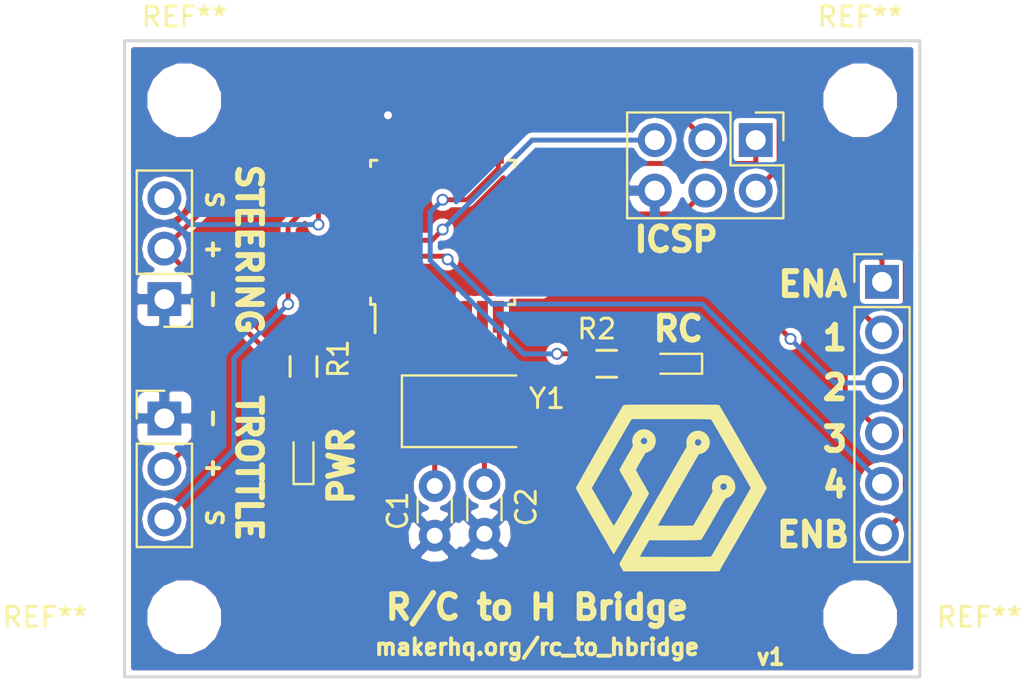
<source format=kicad_pcb>
(kicad_pcb (version 4) (host pcbnew 4.0.5)

  (general
    (links 35)
    (no_connects 0)
    (area 115.442857 78.87619 168.557143 117.275)
    (thickness 1.6)
    (drawings 24)
    (tracks 117)
    (zones 0)
    (modules 17)
    (nets 19)
  )

  (page A4)
  (layers
    (0 F.Cu signal)
    (31 B.Cu signal)
    (32 B.Adhes user hide)
    (33 F.Adhes user hide)
    (34 B.Paste user hide)
    (35 F.Paste user hide)
    (36 B.SilkS user)
    (37 F.SilkS user)
    (38 B.Mask user hide)
    (39 F.Mask user hide)
    (40 Dwgs.User user)
    (41 Cmts.User user)
    (42 Eco1.User user)
    (43 Eco2.User user)
    (44 Edge.Cuts user)
    (45 Margin user)
    (46 B.CrtYd user)
    (47 F.CrtYd user)
    (48 B.Fab user hide)
    (49 F.Fab user hide)
  )

  (setup
    (last_trace_width 0.25)
    (trace_clearance 0.2)
    (zone_clearance 0.254)
    (zone_45_only no)
    (trace_min 0.2)
    (segment_width 0.2)
    (edge_width 0.15)
    (via_size 0.6)
    (via_drill 0.4)
    (via_min_size 0.4)
    (via_min_drill 0.3)
    (uvia_size 0.3)
    (uvia_drill 0.1)
    (uvias_allowed no)
    (uvia_min_size 0.2)
    (uvia_min_drill 0.1)
    (pcb_text_width 0.3)
    (pcb_text_size 1.5 1.5)
    (mod_edge_width 0.15)
    (mod_text_size 1 1)
    (mod_text_width 0.15)
    (pad_size 2 2.4)
    (pad_drill 0)
    (pad_to_mask_clearance 0.2)
    (aux_axis_origin 0 0)
    (grid_origin 122 115)
    (visible_elements FFFFFF7F)
    (pcbplotparams
      (layerselection 0x00030_80000001)
      (usegerberextensions false)
      (excludeedgelayer true)
      (linewidth 0.100000)
      (plotframeref false)
      (viasonmask false)
      (mode 1)
      (useauxorigin false)
      (hpglpennumber 1)
      (hpglpenspeed 20)
      (hpglpendiameter 15)
      (hpglpenoverlay 2)
      (psnegative false)
      (psa4output false)
      (plotreference true)
      (plotvalue true)
      (plotinvisibletext false)
      (padsonsilk false)
      (subtractmaskfromsilk false)
      (outputformat 1)
      (mirror false)
      (drillshape 1)
      (scaleselection 1)
      (outputdirectory ""))
  )

  (net 0 "")
  (net 1 GND)
  (net 2 "Net-(C1-Pad2)")
  (net 3 "Net-(C2-Pad2)")
  (net 4 "Net-(D1-Pad2)")
  (net 5 "Net-(D2-Pad2)")
  (net 6 VCC)
  (net 7 /RC_S)
  (net 8 /RC_T)
  (net 9 /R_EN)
  (net 10 /R_FWD)
  (net 11 /R_REV)
  (net 12 /L_REV)
  (net 13 /L_FWD)
  (net 14 /L_EN)
  (net 15 /STATUS)
  (net 16 /MISO)
  (net 17 /MOSI)
  (net 18 /RST)

  (net_class Default "This is the default net class."
    (clearance 0.2)
    (trace_width 0.25)
    (via_dia 0.6)
    (via_drill 0.4)
    (uvia_dia 0.3)
    (uvia_drill 0.1)
    (add_net /L_EN)
    (add_net /L_FWD)
    (add_net /L_REV)
    (add_net /MISO)
    (add_net /MOSI)
    (add_net /RC_S)
    (add_net /RC_T)
    (add_net /RST)
    (add_net /R_EN)
    (add_net /R_FWD)
    (add_net /R_REV)
    (add_net /STATUS)
    (add_net GND)
    (add_net "Net-(C1-Pad2)")
    (add_net "Net-(C2-Pad2)")
    (add_net "Net-(D1-Pad2)")
    (add_net "Net-(D2-Pad2)")
    (add_net VCC)
  )

  (module Mounting_Holes:MountingHole_3.2mm_M3 (layer F.Cu) (tedit 56D1B4CB) (tstamp 58B08B7C)
    (at 125 86)
    (descr "Mounting Hole 3.2mm, no annular, M3")
    (tags "mounting hole 3.2mm no annular m3")
    (fp_text reference REF** (at 0 -4.2) (layer F.SilkS)
      (effects (font (size 1 1) (thickness 0.15)))
    )
    (fp_text value MountingHole_3.2mm_M3 (at 0 4.2) (layer F.Fab)
      (effects (font (size 1 1) (thickness 0.15)))
    )
    (fp_circle (center 0 0) (end 3.2 0) (layer Cmts.User) (width 0.15))
    (fp_circle (center 0 0) (end 3.45 0) (layer F.CrtYd) (width 0.05))
    (pad 1 np_thru_hole circle (at 0 0) (size 3.2 3.2) (drill 3.2) (layers *.Cu *.Mask))
  )

  (module Mounting_Holes:MountingHole_3.2mm_M3 (layer F.Cu) (tedit 56D1B4CB) (tstamp 58B08B76)
    (at 125 112)
    (descr "Mounting Hole 3.2mm, no annular, M3")
    (tags "mounting hole 3.2mm no annular m3")
    (fp_text reference REF** (at -7 0) (layer F.SilkS)
      (effects (font (size 1 1) (thickness 0.15)))
    )
    (fp_text value MountingHole_3.2mm_M3 (at 0 4.2) (layer F.Fab)
      (effects (font (size 1 1) (thickness 0.15)))
    )
    (fp_circle (center 0 0) (end 3.2 0) (layer Cmts.User) (width 0.15))
    (fp_circle (center 0 0) (end 3.45 0) (layer F.CrtYd) (width 0.05))
    (pad 1 np_thru_hole circle (at 0 0) (size 3.2 3.2) (drill 3.2) (layers *.Cu *.Mask))
  )

  (module Mounting_Holes:MountingHole_3.2mm_M3 (layer F.Cu) (tedit 56D1B4CB) (tstamp 58B08B70)
    (at 159 112)
    (descr "Mounting Hole 3.2mm, no annular, M3")
    (tags "mounting hole 3.2mm no annular m3")
    (fp_text reference REF** (at 6 0) (layer F.SilkS)
      (effects (font (size 1 1) (thickness 0.15)))
    )
    (fp_text value MountingHole_3.2mm_M3 (at 0 4.2) (layer F.Fab)
      (effects (font (size 1 1) (thickness 0.15)))
    )
    (fp_circle (center 0 0) (end 3.2 0) (layer Cmts.User) (width 0.15))
    (fp_circle (center 0 0) (end 3.45 0) (layer F.CrtYd) (width 0.05))
    (pad 1 np_thru_hole circle (at 0 0) (size 3.2 3.2) (drill 3.2) (layers *.Cu *.Mask))
  )

  (module Pin_Headers:Pin_Header_Straight_1x03_Pitch2.54mm (layer F.Cu) (tedit 58AA11A4) (tstamp 58A6951C)
    (at 124 102)
    (descr "Through hole straight pin header, 1x03, 2.54mm pitch, single row")
    (tags "Through hole pin header THT 1x03 2.54mm single row")
    (path /58A8963E)
    (fp_text reference P1 (at 2.5 2.6 90) (layer F.SilkS) hide
      (effects (font (size 1 1) (thickness 0.15)))
    )
    (fp_text value CONN_01X03 (at 0 7.47) (layer F.Fab)
      (effects (font (size 1 1) (thickness 0.15)))
    )
    (fp_line (start -1.27 -1.27) (end -1.27 6.35) (layer F.Fab) (width 0.1))
    (fp_line (start -1.27 6.35) (end 1.27 6.35) (layer F.Fab) (width 0.1))
    (fp_line (start 1.27 6.35) (end 1.27 -1.27) (layer F.Fab) (width 0.1))
    (fp_line (start 1.27 -1.27) (end -1.27 -1.27) (layer F.Fab) (width 0.1))
    (fp_line (start -1.39 1.27) (end -1.39 6.47) (layer F.SilkS) (width 0.12))
    (fp_line (start -1.39 6.47) (end 1.39 6.47) (layer F.SilkS) (width 0.12))
    (fp_line (start 1.39 6.47) (end 1.39 1.27) (layer F.SilkS) (width 0.12))
    (fp_line (start 1.39 1.27) (end -1.39 1.27) (layer F.SilkS) (width 0.12))
    (fp_line (start -1.39 0) (end -1.39 -1.39) (layer F.SilkS) (width 0.12))
    (fp_line (start -1.39 -1.39) (end 0 -1.39) (layer F.SilkS) (width 0.12))
    (fp_line (start -1.6 -1.6) (end -1.6 6.6) (layer F.CrtYd) (width 0.05))
    (fp_line (start -1.6 6.6) (end 1.6 6.6) (layer F.CrtYd) (width 0.05))
    (fp_line (start 1.6 6.6) (end 1.6 -1.6) (layer F.CrtYd) (width 0.05))
    (fp_line (start 1.6 -1.6) (end -1.6 -1.6) (layer F.CrtYd) (width 0.05))
    (pad 1 thru_hole rect (at 0 0) (size 1.7 1.7) (drill 1) (layers *.Cu *.Mask)
      (net 1 GND))
    (pad 2 thru_hole oval (at 0 2.54) (size 1.7 1.7) (drill 1) (layers *.Cu *.Mask)
      (net 6 VCC))
    (pad 3 thru_hole oval (at 0 5.08) (size 1.7 1.7) (drill 1) (layers *.Cu *.Mask)
      (net 8 /RC_T))
    (model Pin_Headers.3dshapes/Pin_Header_Straight_1x03_Pitch2.54mm.wrl
      (at (xyz 0 -0.1 0))
      (scale (xyz 1 1 1))
      (rotate (xyz 0 0 90))
    )
  )

  (module Capacitors_THT:C_Disc_D3.0mm_W1.6mm_P2.50mm (layer F.Cu) (tedit 58765D06) (tstamp 58A88A7F)
    (at 137.6 107.9 90)
    (descr "C, Disc series, Radial, pin pitch=2.50mm, , diameter*width=3.0*1.6mm^2, Capacitor, http://www.vishay.com/docs/45233/krseries.pdf")
    (tags "C Disc series Radial pin pitch 2.50mm  diameter 3.0mm width 1.6mm Capacitor")
    (path /58A87561)
    (fp_text reference C1 (at 1.25 -1.86 90) (layer F.SilkS)
      (effects (font (size 1 1) (thickness 0.15)))
    )
    (fp_text value 22pF (at 1.25 1.86 90) (layer F.Fab)
      (effects (font (size 1 1) (thickness 0.15)))
    )
    (fp_line (start -0.25 -0.8) (end -0.25 0.8) (layer F.Fab) (width 0.1))
    (fp_line (start -0.25 0.8) (end 2.75 0.8) (layer F.Fab) (width 0.1))
    (fp_line (start 2.75 0.8) (end 2.75 -0.8) (layer F.Fab) (width 0.1))
    (fp_line (start 2.75 -0.8) (end -0.25 -0.8) (layer F.Fab) (width 0.1))
    (fp_line (start 0.663 -0.861) (end 1.837 -0.861) (layer F.SilkS) (width 0.12))
    (fp_line (start 0.663 0.861) (end 1.837 0.861) (layer F.SilkS) (width 0.12))
    (fp_line (start -1.05 -1.15) (end -1.05 1.15) (layer F.CrtYd) (width 0.05))
    (fp_line (start -1.05 1.15) (end 3.55 1.15) (layer F.CrtYd) (width 0.05))
    (fp_line (start 3.55 1.15) (end 3.55 -1.15) (layer F.CrtYd) (width 0.05))
    (fp_line (start 3.55 -1.15) (end -1.05 -1.15) (layer F.CrtYd) (width 0.05))
    (pad 1 thru_hole circle (at 0 0 90) (size 1.6 1.6) (drill 0.8) (layers *.Cu *.Mask)
      (net 1 GND))
    (pad 2 thru_hole circle (at 2.5 0 90) (size 1.6 1.6) (drill 0.8) (layers *.Cu *.Mask)
      (net 2 "Net-(C1-Pad2)"))
    (model Capacitors_ThroughHole.3dshapes/C_Disc_D3.0mm_W1.6mm_P2.50mm.wrl
      (at (xyz 0 0 0))
      (scale (xyz 0.393701 0.393701 0.393701))
      (rotate (xyz 0 0 0))
    )
  )

  (module Capacitors_THT:C_Disc_D3.0mm_W1.6mm_P2.50mm (layer F.Cu) (tedit 58765D06) (tstamp 58A88A85)
    (at 140.1 107.8 90)
    (descr "C, Disc series, Radial, pin pitch=2.50mm, , diameter*width=3.0*1.6mm^2, Capacitor, http://www.vishay.com/docs/45233/krseries.pdf")
    (tags "C Disc series Radial pin pitch 2.50mm  diameter 3.0mm width 1.6mm Capacitor")
    (path /58A875A5)
    (fp_text reference C2 (at 1.34 2.1 90) (layer F.SilkS)
      (effects (font (size 1 1) (thickness 0.15)))
    )
    (fp_text value 22pF (at 1.25 1.86 90) (layer F.Fab)
      (effects (font (size 1 1) (thickness 0.15)))
    )
    (fp_line (start -0.25 -0.8) (end -0.25 0.8) (layer F.Fab) (width 0.1))
    (fp_line (start -0.25 0.8) (end 2.75 0.8) (layer F.Fab) (width 0.1))
    (fp_line (start 2.75 0.8) (end 2.75 -0.8) (layer F.Fab) (width 0.1))
    (fp_line (start 2.75 -0.8) (end -0.25 -0.8) (layer F.Fab) (width 0.1))
    (fp_line (start 0.663 -0.861) (end 1.837 -0.861) (layer F.SilkS) (width 0.12))
    (fp_line (start 0.663 0.861) (end 1.837 0.861) (layer F.SilkS) (width 0.12))
    (fp_line (start -1.05 -1.15) (end -1.05 1.15) (layer F.CrtYd) (width 0.05))
    (fp_line (start -1.05 1.15) (end 3.55 1.15) (layer F.CrtYd) (width 0.05))
    (fp_line (start 3.55 1.15) (end 3.55 -1.15) (layer F.CrtYd) (width 0.05))
    (fp_line (start 3.55 -1.15) (end -1.05 -1.15) (layer F.CrtYd) (width 0.05))
    (pad 1 thru_hole circle (at 0 0 90) (size 1.6 1.6) (drill 0.8) (layers *.Cu *.Mask)
      (net 1 GND))
    (pad 2 thru_hole circle (at 2.5 0 90) (size 1.6 1.6) (drill 0.8) (layers *.Cu *.Mask)
      (net 3 "Net-(C2-Pad2)"))
    (model Capacitors_ThroughHole.3dshapes/C_Disc_D3.0mm_W1.6mm_P2.50mm.wrl
      (at (xyz 0 0 0))
      (scale (xyz 0.393701 0.393701 0.393701))
      (rotate (xyz 0 0 0))
    )
  )

  (module LEDs:LED_0603 (layer F.Cu) (tedit 58AA1184) (tstamp 58A88A8B)
    (at 131 104 90)
    (descr "LED 0603 smd package")
    (tags "LED led 0603 SMD smd SMT smt smdled SMDLED smtled SMTLED")
    (path /58A87372)
    (attr smd)
    (fp_text reference D1 (at 0.8 -2.3 90) (layer F.SilkS) hide
      (effects (font (size 1 1) (thickness 0.15)))
    )
    (fp_text value RED (at 0 1.35 90) (layer F.Fab)
      (effects (font (size 1 1) (thickness 0.15)))
    )
    (fp_line (start -1.3 -0.5) (end -1.3 0.5) (layer F.SilkS) (width 0.12))
    (fp_line (start -0.2 -0.2) (end -0.2 0.2) (layer F.Fab) (width 0.1))
    (fp_line (start -0.15 0) (end 0.15 -0.2) (layer F.Fab) (width 0.1))
    (fp_line (start 0.15 0.2) (end -0.15 0) (layer F.Fab) (width 0.1))
    (fp_line (start 0.15 -0.2) (end 0.15 0.2) (layer F.Fab) (width 0.1))
    (fp_line (start 0.8 0.4) (end -0.8 0.4) (layer F.Fab) (width 0.1))
    (fp_line (start 0.8 -0.4) (end 0.8 0.4) (layer F.Fab) (width 0.1))
    (fp_line (start -0.8 -0.4) (end 0.8 -0.4) (layer F.Fab) (width 0.1))
    (fp_line (start -0.8 0.4) (end -0.8 -0.4) (layer F.Fab) (width 0.1))
    (fp_line (start -1.3 0.5) (end 0.8 0.5) (layer F.SilkS) (width 0.12))
    (fp_line (start -1.3 -0.5) (end 0.8 -0.5) (layer F.SilkS) (width 0.12))
    (fp_line (start 1.45 -0.65) (end 1.45 0.65) (layer F.CrtYd) (width 0.05))
    (fp_line (start 1.45 0.65) (end -1.45 0.65) (layer F.CrtYd) (width 0.05))
    (fp_line (start -1.45 0.65) (end -1.45 -0.65) (layer F.CrtYd) (width 0.05))
    (fp_line (start -1.45 -0.65) (end 1.45 -0.65) (layer F.CrtYd) (width 0.05))
    (pad 2 smd rect (at 0.8 0 270) (size 0.8 0.8) (layers F.Cu F.Paste F.Mask)
      (net 4 "Net-(D1-Pad2)"))
    (pad 1 smd rect (at -0.8 0 270) (size 0.8 0.8) (layers F.Cu F.Paste F.Mask)
      (net 1 GND))
    (model LEDs.3dshapes/LED_0603.wrl
      (at (xyz 0 0 0))
      (scale (xyz 1 1 1))
      (rotate (xyz 0 0 180))
    )
  )

  (module LEDs:LED_0603 (layer F.Cu) (tedit 58AA3C2E) (tstamp 58A88A91)
    (at 149.75 99.25 180)
    (descr "LED 0603 smd package")
    (tags "LED led 0603 SMD smd SMT smt smdled SMDLED smtled SMTLED")
    (path /58A87342)
    (attr smd)
    (fp_text reference D2 (at 0 -1.25 180) (layer F.SilkS) hide
      (effects (font (size 1 1) (thickness 0.15)))
    )
    (fp_text value GREEN (at 0 1.35 180) (layer F.Fab)
      (effects (font (size 1 1) (thickness 0.15)))
    )
    (fp_line (start -1.3 -0.5) (end -1.3 0.5) (layer F.SilkS) (width 0.12))
    (fp_line (start -0.2 -0.2) (end -0.2 0.2) (layer F.Fab) (width 0.1))
    (fp_line (start -0.15 0) (end 0.15 -0.2) (layer F.Fab) (width 0.1))
    (fp_line (start 0.15 0.2) (end -0.15 0) (layer F.Fab) (width 0.1))
    (fp_line (start 0.15 -0.2) (end 0.15 0.2) (layer F.Fab) (width 0.1))
    (fp_line (start 0.8 0.4) (end -0.8 0.4) (layer F.Fab) (width 0.1))
    (fp_line (start 0.8 -0.4) (end 0.8 0.4) (layer F.Fab) (width 0.1))
    (fp_line (start -0.8 -0.4) (end 0.8 -0.4) (layer F.Fab) (width 0.1))
    (fp_line (start -0.8 0.4) (end -0.8 -0.4) (layer F.Fab) (width 0.1))
    (fp_line (start -1.3 0.5) (end 0.8 0.5) (layer F.SilkS) (width 0.12))
    (fp_line (start -1.3 -0.5) (end 0.8 -0.5) (layer F.SilkS) (width 0.12))
    (fp_line (start 1.45 -0.65) (end 1.45 0.65) (layer F.CrtYd) (width 0.05))
    (fp_line (start 1.45 0.65) (end -1.45 0.65) (layer F.CrtYd) (width 0.05))
    (fp_line (start -1.45 0.65) (end -1.45 -0.65) (layer F.CrtYd) (width 0.05))
    (fp_line (start -1.45 -0.65) (end 1.45 -0.65) (layer F.CrtYd) (width 0.05))
    (pad 2 smd rect (at 0.8 0) (size 0.8 0.8) (layers F.Cu F.Paste F.Mask)
      (net 5 "Net-(D2-Pad2)"))
    (pad 1 smd rect (at -0.8 0) (size 0.8 0.8) (layers F.Cu F.Paste F.Mask)
      (net 1 GND))
    (model LEDs.3dshapes/LED_0603.wrl
      (at (xyz 0 0 0))
      (scale (xyz 1 1 1))
      (rotate (xyz 0 0 180))
    )
  )

  (module Pin_Headers:Pin_Header_Straight_1x03_Pitch2.54mm (layer F.Cu) (tedit 58AA119E) (tstamp 58A88A98)
    (at 124 96 180)
    (descr "Through hole straight pin header, 1x03, 2.54mm pitch, single row")
    (tags "Through hole pin header THT 1x03 2.54mm single row")
    (path /58A63C62)
    (fp_text reference P2 (at -2.5 2.5 270) (layer F.SilkS) hide
      (effects (font (size 1 1) (thickness 0.15)))
    )
    (fp_text value CONN_01X03 (at 0 7.47 180) (layer F.Fab)
      (effects (font (size 1 1) (thickness 0.15)))
    )
    (fp_line (start -1.27 -1.27) (end -1.27 6.35) (layer F.Fab) (width 0.1))
    (fp_line (start -1.27 6.35) (end 1.27 6.35) (layer F.Fab) (width 0.1))
    (fp_line (start 1.27 6.35) (end 1.27 -1.27) (layer F.Fab) (width 0.1))
    (fp_line (start 1.27 -1.27) (end -1.27 -1.27) (layer F.Fab) (width 0.1))
    (fp_line (start -1.39 1.27) (end -1.39 6.47) (layer F.SilkS) (width 0.12))
    (fp_line (start -1.39 6.47) (end 1.39 6.47) (layer F.SilkS) (width 0.12))
    (fp_line (start 1.39 6.47) (end 1.39 1.27) (layer F.SilkS) (width 0.12))
    (fp_line (start 1.39 1.27) (end -1.39 1.27) (layer F.SilkS) (width 0.12))
    (fp_line (start -1.39 0) (end -1.39 -1.39) (layer F.SilkS) (width 0.12))
    (fp_line (start -1.39 -1.39) (end 0 -1.39) (layer F.SilkS) (width 0.12))
    (fp_line (start -1.6 -1.6) (end -1.6 6.6) (layer F.CrtYd) (width 0.05))
    (fp_line (start -1.6 6.6) (end 1.6 6.6) (layer F.CrtYd) (width 0.05))
    (fp_line (start 1.6 6.6) (end 1.6 -1.6) (layer F.CrtYd) (width 0.05))
    (fp_line (start 1.6 -1.6) (end -1.6 -1.6) (layer F.CrtYd) (width 0.05))
    (pad 1 thru_hole rect (at 0 0 180) (size 1.7 1.7) (drill 1) (layers *.Cu *.Mask)
      (net 1 GND))
    (pad 2 thru_hole oval (at 0 2.54 180) (size 1.7 1.7) (drill 1) (layers *.Cu *.Mask)
      (net 6 VCC))
    (pad 3 thru_hole oval (at 0 5.08 180) (size 1.7 1.7) (drill 1) (layers *.Cu *.Mask)
      (net 7 /RC_S))
    (model Pin_Headers.3dshapes/Pin_Header_Straight_1x03_Pitch2.54mm.wrl
      (at (xyz 0 -0.1 0))
      (scale (xyz 1 1 1))
      (rotate (xyz 0 0 90))
    )
  )

  (module Pin_Headers:Pin_Header_Straight_1x06_Pitch2.54mm (layer F.Cu) (tedit 58AA3CAA) (tstamp 58A88AA2)
    (at 160.1 95.13)
    (descr "Through hole straight pin header, 1x06, 2.54mm pitch, single row")
    (tags "Through hole pin header THT 1x06 2.54mm single row")
    (path /58A8730D)
    (fp_text reference P3 (at 0 -2.39) (layer F.SilkS) hide
      (effects (font (size 1 1) (thickness 0.15)))
    )
    (fp_text value CONN_01X06 (at 0 15.09) (layer F.Fab)
      (effects (font (size 1 1) (thickness 0.15)))
    )
    (fp_line (start -1.27 -1.27) (end -1.27 13.97) (layer F.Fab) (width 0.1))
    (fp_line (start -1.27 13.97) (end 1.27 13.97) (layer F.Fab) (width 0.1))
    (fp_line (start 1.27 13.97) (end 1.27 -1.27) (layer F.Fab) (width 0.1))
    (fp_line (start 1.27 -1.27) (end -1.27 -1.27) (layer F.Fab) (width 0.1))
    (fp_line (start -1.39 1.27) (end -1.39 14.09) (layer F.SilkS) (width 0.12))
    (fp_line (start -1.39 14.09) (end 1.39 14.09) (layer F.SilkS) (width 0.12))
    (fp_line (start 1.39 14.09) (end 1.39 1.27) (layer F.SilkS) (width 0.12))
    (fp_line (start 1.39 1.27) (end -1.39 1.27) (layer F.SilkS) (width 0.12))
    (fp_line (start -1.39 0) (end -1.39 -1.39) (layer F.SilkS) (width 0.12))
    (fp_line (start -1.39 -1.39) (end 0 -1.39) (layer F.SilkS) (width 0.12))
    (fp_line (start -1.6 -1.6) (end -1.6 14.3) (layer F.CrtYd) (width 0.05))
    (fp_line (start -1.6 14.3) (end 1.6 14.3) (layer F.CrtYd) (width 0.05))
    (fp_line (start 1.6 14.3) (end 1.6 -1.6) (layer F.CrtYd) (width 0.05))
    (fp_line (start 1.6 -1.6) (end -1.6 -1.6) (layer F.CrtYd) (width 0.05))
    (pad 1 thru_hole rect (at 0 0) (size 1.7 1.7) (drill 1) (layers *.Cu *.Mask)
      (net 9 /R_EN))
    (pad 2 thru_hole oval (at 0 2.54) (size 1.7 1.7) (drill 1) (layers *.Cu *.Mask)
      (net 10 /R_FWD))
    (pad 3 thru_hole oval (at 0 5.08) (size 1.7 1.7) (drill 1) (layers *.Cu *.Mask)
      (net 11 /R_REV))
    (pad 4 thru_hole oval (at 0 7.62) (size 1.7 1.7) (drill 1) (layers *.Cu *.Mask)
      (net 12 /L_REV))
    (pad 5 thru_hole oval (at 0 10.16) (size 1.7 1.7) (drill 1) (layers *.Cu *.Mask)
      (net 13 /L_FWD))
    (pad 6 thru_hole oval (at 0 12.7) (size 1.7 1.7) (drill 1) (layers *.Cu *.Mask)
      (net 14 /L_EN))
    (model Pin_Headers.3dshapes/Pin_Header_Straight_1x06_Pitch2.54mm.wrl
      (at (xyz 0 -0.25 0))
      (scale (xyz 1 1 1))
      (rotate (xyz 0 0 90))
    )
  )

  (module Crystals:Crystal_SMD_5032-2pin_5.0x3.2mm (layer F.Cu) (tedit 58AA3EF6) (tstamp 58A88F38)
    (at 139 101.64)
    (descr "SMD Crystal SERIES SMD2520/2 http://www.icbase.com/File/PDF/HKC/HKC00061008.pdf, 5.0x3.2mm^2 package")
    (tags "SMD SMT crystal")
    (path /58A87527)
    (attr smd)
    (fp_text reference Y1 (at 4.25 -0.64) (layer F.SilkS)
      (effects (font (size 1 1) (thickness 0.15)))
    )
    (fp_text value 16Mhz (at 0 2.8) (layer F.Fab)
      (effects (font (size 1 1) (thickness 0.15)))
    )
    (fp_circle (center 0 0) (end 0.4 0) (layer F.Adhes) (width 0.1))
    (fp_circle (center 0 0) (end 0.333333 0) (layer F.Adhes) (width 0.133333))
    (fp_circle (center 0 0) (end 0.213333 0) (layer F.Adhes) (width 0.133333))
    (fp_circle (center 0 0) (end 0.093333 0) (layer F.Adhes) (width 0.186667))
    (fp_line (start -2.3 -1.6) (end 2.3 -1.6) (layer F.Fab) (width 0.1))
    (fp_line (start 2.3 -1.6) (end 2.5 -1.4) (layer F.Fab) (width 0.1))
    (fp_line (start 2.5 -1.4) (end 2.5 1.4) (layer F.Fab) (width 0.1))
    (fp_line (start 2.5 1.4) (end 2.3 1.6) (layer F.Fab) (width 0.1))
    (fp_line (start 2.3 1.6) (end -2.3 1.6) (layer F.Fab) (width 0.1))
    (fp_line (start -2.3 1.6) (end -2.5 1.4) (layer F.Fab) (width 0.1))
    (fp_line (start -2.5 1.4) (end -2.5 -1.4) (layer F.Fab) (width 0.1))
    (fp_line (start -2.5 -1.4) (end -2.3 -1.6) (layer F.Fab) (width 0.1))
    (fp_line (start -2.5 0.6) (end -1.5 1.6) (layer F.Fab) (width 0.1))
    (fp_line (start 2.7 -1.8) (end -3.05 -1.8) (layer F.SilkS) (width 0.12))
    (fp_line (start -3.05 -1.8) (end -3.05 1.8) (layer F.SilkS) (width 0.12))
    (fp_line (start -3.05 1.8) (end 2.7 1.8) (layer F.SilkS) (width 0.12))
    (fp_line (start -3.1 -1.9) (end -3.1 1.9) (layer F.CrtYd) (width 0.05))
    (fp_line (start -3.1 1.9) (end 3.1 1.9) (layer F.CrtYd) (width 0.05))
    (fp_line (start 3.1 1.9) (end 3.1 -1.9) (layer F.CrtYd) (width 0.05))
    (fp_line (start 3.1 -1.9) (end -3.1 -1.9) (layer F.CrtYd) (width 0.05))
    (pad 1 smd rect (at -1.85 0) (size 2 2.4) (layers F.Cu F.Mask)
      (net 2 "Net-(C1-Pad2)"))
    (pad 2 smd rect (at 1.85 0) (size 2 2.4) (layers F.Cu F.Mask)
      (net 3 "Net-(C2-Pad2)"))
    (model Crystals.3dshapes/Crystal_SMD_5032-2pin_5.0x3.2mm.wrl
      (at (xyz 0 0 0))
      (scale (xyz 0.393701 0.393701 0.393701))
      (rotate (xyz 0 0 0))
    )
  )

  (module Resistors_SMD:R_0603 (layer F.Cu) (tedit 58307A47) (tstamp 58A89015)
    (at 131 99.39 90)
    (descr "Resistor SMD 0603, reflow soldering, Vishay (see dcrcw.pdf)")
    (tags "resistor 0603")
    (path /58A873AA)
    (attr smd)
    (fp_text reference R1 (at 0.39 1.75 90) (layer F.SilkS)
      (effects (font (size 1 1) (thickness 0.15)))
    )
    (fp_text value 330 (at 0 1.9 90) (layer F.Fab)
      (effects (font (size 1 1) (thickness 0.15)))
    )
    (fp_line (start -0.8 0.4) (end -0.8 -0.4) (layer F.Fab) (width 0.1))
    (fp_line (start 0.8 0.4) (end -0.8 0.4) (layer F.Fab) (width 0.1))
    (fp_line (start 0.8 -0.4) (end 0.8 0.4) (layer F.Fab) (width 0.1))
    (fp_line (start -0.8 -0.4) (end 0.8 -0.4) (layer F.Fab) (width 0.1))
    (fp_line (start -1.3 -0.8) (end 1.3 -0.8) (layer F.CrtYd) (width 0.05))
    (fp_line (start -1.3 0.8) (end 1.3 0.8) (layer F.CrtYd) (width 0.05))
    (fp_line (start -1.3 -0.8) (end -1.3 0.8) (layer F.CrtYd) (width 0.05))
    (fp_line (start 1.3 -0.8) (end 1.3 0.8) (layer F.CrtYd) (width 0.05))
    (fp_line (start 0.5 0.675) (end -0.5 0.675) (layer F.SilkS) (width 0.15))
    (fp_line (start -0.5 -0.675) (end 0.5 -0.675) (layer F.SilkS) (width 0.15))
    (pad 1 smd rect (at -0.75 0 90) (size 0.5 0.9) (layers F.Cu F.Paste F.Mask)
      (net 4 "Net-(D1-Pad2)"))
    (pad 2 smd rect (at 0.75 0 90) (size 0.5 0.9) (layers F.Cu F.Paste F.Mask)
      (net 6 VCC))
    (model Resistors_SMD.3dshapes/R_0603.wrl
      (at (xyz 0 0 0))
      (scale (xyz 1 1 1))
      (rotate (xyz 0 0 0))
    )
  )

  (module Resistors_SMD:R_0603 (layer F.Cu) (tedit 58307A47) (tstamp 58A8901A)
    (at 146.25 99.25 180)
    (descr "Resistor SMD 0603, reflow soldering, Vishay (see dcrcw.pdf)")
    (tags "resistor 0603")
    (path /58A873E3)
    (attr smd)
    (fp_text reference R2 (at 0.5 1.75 180) (layer F.SilkS)
      (effects (font (size 1 1) (thickness 0.15)))
    )
    (fp_text value 330 (at 0 1.9 180) (layer F.Fab)
      (effects (font (size 1 1) (thickness 0.15)))
    )
    (fp_line (start -0.8 0.4) (end -0.8 -0.4) (layer F.Fab) (width 0.1))
    (fp_line (start 0.8 0.4) (end -0.8 0.4) (layer F.Fab) (width 0.1))
    (fp_line (start 0.8 -0.4) (end 0.8 0.4) (layer F.Fab) (width 0.1))
    (fp_line (start -0.8 -0.4) (end 0.8 -0.4) (layer F.Fab) (width 0.1))
    (fp_line (start -1.3 -0.8) (end 1.3 -0.8) (layer F.CrtYd) (width 0.05))
    (fp_line (start -1.3 0.8) (end 1.3 0.8) (layer F.CrtYd) (width 0.05))
    (fp_line (start -1.3 -0.8) (end -1.3 0.8) (layer F.CrtYd) (width 0.05))
    (fp_line (start 1.3 -0.8) (end 1.3 0.8) (layer F.CrtYd) (width 0.05))
    (fp_line (start 0.5 0.675) (end -0.5 0.675) (layer F.SilkS) (width 0.15))
    (fp_line (start -0.5 -0.675) (end 0.5 -0.675) (layer F.SilkS) (width 0.15))
    (pad 1 smd rect (at -0.75 0 180) (size 0.5 0.9) (layers F.Cu F.Paste F.Mask)
      (net 5 "Net-(D2-Pad2)"))
    (pad 2 smd rect (at 0.75 0 180) (size 0.5 0.9) (layers F.Cu F.Paste F.Mask)
      (net 15 /STATUS))
    (model Resistors_SMD.3dshapes/R_0603.wrl
      (at (xyz 0 0 0))
      (scale (xyz 1 1 1))
      (rotate (xyz 0 0 0))
    )
  )

  (module Housings_QFP:TQFP-32_7x7mm_Pitch0.8mm (layer F.Cu) (tedit 58AA3EC1) (tstamp 58A8B79E)
    (at 138 92.64 90)
    (descr "32-Lead Plastic Thin Quad Flatpack (PT) - 7x7x1.0 mm Body, 2.00 mm [TQFP] (see Microchip Packaging Specification 00000049BS.pdf)")
    (tags "QFP 0.8")
    (path /58A872ED)
    (attr smd)
    (fp_text reference IC1 (at 0 -6.05 90) (layer F.SilkS) hide
      (effects (font (size 1 1) (thickness 0.15)))
    )
    (fp_text value ATMEGA328-A (at 0 6.05 90) (layer F.Fab)
      (effects (font (size 1 1) (thickness 0.15)))
    )
    (fp_text user %R (at 0 0 90) (layer F.Fab)
      (effects (font (size 1 1) (thickness 0.15)))
    )
    (fp_line (start -2.5 -3.5) (end 3.5 -3.5) (layer F.Fab) (width 0.15))
    (fp_line (start 3.5 -3.5) (end 3.5 3.5) (layer F.Fab) (width 0.15))
    (fp_line (start 3.5 3.5) (end -3.5 3.5) (layer F.Fab) (width 0.15))
    (fp_line (start -3.5 3.5) (end -3.5 -2.5) (layer F.Fab) (width 0.15))
    (fp_line (start -3.5 -2.5) (end -2.5 -3.5) (layer F.Fab) (width 0.15))
    (fp_line (start -5.3 -5.3) (end -5.3 5.3) (layer F.CrtYd) (width 0.05))
    (fp_line (start 5.3 -5.3) (end 5.3 5.3) (layer F.CrtYd) (width 0.05))
    (fp_line (start -5.3 -5.3) (end 5.3 -5.3) (layer F.CrtYd) (width 0.05))
    (fp_line (start -5.3 5.3) (end 5.3 5.3) (layer F.CrtYd) (width 0.05))
    (fp_line (start -3.625 -3.625) (end -3.625 -3.4) (layer F.SilkS) (width 0.15))
    (fp_line (start 3.625 -3.625) (end 3.625 -3.3) (layer F.SilkS) (width 0.15))
    (fp_line (start 3.625 3.625) (end 3.625 3.3) (layer F.SilkS) (width 0.15))
    (fp_line (start -3.625 3.625) (end -3.625 3.3) (layer F.SilkS) (width 0.15))
    (fp_line (start -3.625 -3.625) (end -3.3 -3.625) (layer F.SilkS) (width 0.15))
    (fp_line (start -3.625 3.625) (end -3.3 3.625) (layer F.SilkS) (width 0.15))
    (fp_line (start 3.625 3.625) (end 3.3 3.625) (layer F.SilkS) (width 0.15))
    (fp_line (start 3.625 -3.625) (end 3.3 -3.625) (layer F.SilkS) (width 0.15))
    (fp_line (start -3.625 -3.4) (end -5.05 -3.4) (layer F.SilkS) (width 0.15))
    (pad 1 smd rect (at -4.25 -2.8 90) (size 1.6 0.55) (layers F.Cu F.Paste F.Mask))
    (pad 2 smd rect (at -4.25 -2 90) (size 1.6 0.55) (layers F.Cu F.Paste F.Mask))
    (pad 3 smd rect (at -4.25 -1.2 90) (size 1.6 0.55) (layers F.Cu F.Paste F.Mask)
      (net 1 GND))
    (pad 4 smd rect (at -4.25 -0.4 90) (size 1.6 0.55) (layers F.Cu F.Paste F.Mask)
      (net 6 VCC))
    (pad 5 smd rect (at -4.25 0.4 90) (size 1.6 0.55) (layers F.Cu F.Paste F.Mask)
      (net 1 GND))
    (pad 6 smd rect (at -4.25 1.2 90) (size 1.6 0.55) (layers F.Cu F.Paste F.Mask)
      (net 6 VCC))
    (pad 7 smd rect (at -4.25 2 90) (size 1.6 0.55) (layers F.Cu F.Paste F.Mask)
      (net 2 "Net-(C1-Pad2)"))
    (pad 8 smd rect (at -4.25 2.8 90) (size 1.6 0.55) (layers F.Cu F.Paste F.Mask)
      (net 3 "Net-(C2-Pad2)"))
    (pad 9 smd rect (at -2.8 4.25 180) (size 1.6 0.55) (layers F.Cu F.Paste F.Mask)
      (net 11 /R_REV))
    (pad 10 smd rect (at -2 4.25 180) (size 1.6 0.55) (layers F.Cu F.Paste F.Mask)
      (net 12 /L_REV))
    (pad 11 smd rect (at -1.2 4.25 180) (size 1.6 0.55) (layers F.Cu F.Paste F.Mask)
      (net 10 /R_FWD))
    (pad 12 smd rect (at -0.4 4.25 180) (size 1.6 0.55) (layers F.Cu F.Paste F.Mask))
    (pad 13 smd rect (at 0.4 4.25 180) (size 1.6 0.55) (layers F.Cu F.Paste F.Mask)
      (net 9 /R_EN))
    (pad 14 smd rect (at 1.2 4.25 180) (size 1.6 0.55) (layers F.Cu F.Paste F.Mask)
      (net 14 /L_EN))
    (pad 15 smd rect (at 2 4.25 180) (size 1.6 0.55) (layers F.Cu F.Paste F.Mask)
      (net 17 /MOSI))
    (pad 16 smd rect (at 2.8 4.25 180) (size 1.6 0.55) (layers F.Cu F.Paste F.Mask)
      (net 16 /MISO))
    (pad 17 smd rect (at 4.25 2.8 90) (size 1.6 0.55) (layers F.Cu F.Paste F.Mask)
      (net 15 /STATUS))
    (pad 18 smd rect (at 4.25 2 90) (size 1.6 0.55) (layers F.Cu F.Paste F.Mask)
      (net 6 VCC))
    (pad 19 smd rect (at 4.25 1.2 90) (size 1.6 0.55) (layers F.Cu F.Paste F.Mask))
    (pad 20 smd rect (at 4.25 0.4 90) (size 1.6 0.55) (layers F.Cu F.Paste F.Mask)
      (net 6 VCC))
    (pad 21 smd rect (at 4.25 -0.4 90) (size 1.6 0.55) (layers F.Cu F.Paste F.Mask)
      (net 1 GND))
    (pad 22 smd rect (at 4.25 -1.2 90) (size 1.6 0.55) (layers F.Cu F.Paste F.Mask))
    (pad 23 smd rect (at 4.25 -2 90) (size 1.6 0.55) (layers F.Cu F.Paste F.Mask))
    (pad 24 smd rect (at 4.25 -2.8 90) (size 1.6 0.55) (layers F.Cu F.Paste F.Mask))
    (pad 25 smd rect (at 2.8 -4.25 180) (size 1.6 0.55) (layers F.Cu F.Paste F.Mask)
      (net 8 /RC_T))
    (pad 26 smd rect (at 2 -4.25 180) (size 1.6 0.55) (layers F.Cu F.Paste F.Mask)
      (net 7 /RC_S))
    (pad 27 smd rect (at 1.2 -4.25 180) (size 1.6 0.55) (layers F.Cu F.Paste F.Mask))
    (pad 28 smd rect (at 0.4 -4.25 180) (size 1.6 0.55) (layers F.Cu F.Paste F.Mask))
    (pad 29 smd rect (at -0.4 -4.25 180) (size 1.6 0.55) (layers F.Cu F.Paste F.Mask)
      (net 18 /RST))
    (pad 30 smd rect (at -1.2 -4.25 180) (size 1.6 0.55) (layers F.Cu F.Paste F.Mask)
      (net 13 /L_FWD))
    (pad 31 smd rect (at -2 -4.25 180) (size 1.6 0.55) (layers F.Cu F.Paste F.Mask))
    (pad 32 smd rect (at -2.8 -4.25 180) (size 1.6 0.55) (layers F.Cu F.Paste F.Mask))
    (model Housings_QFP.3dshapes/TQFP-32_7x7mm_Pitch0.8mm.wrl
      (at (xyz 0 0 0))
      (scale (xyz 1 1 1))
      (rotate (xyz 0 0 0))
    )
  )

  (module Pin_Headers:Pin_Header_Straight_2x03_Pitch2.54mm (layer F.Cu) (tedit 58AA3B51) (tstamp 58AA1142)
    (at 153.75 88 270)
    (descr "Through hole straight pin header, 2x03, 2.54mm pitch, double rows")
    (tags "Through hole pin header THT 2x03 2.54mm double row")
    (path /58AA0C0E)
    (fp_text reference CON1 (at -6.9 -2.56 270) (layer F.SilkS) hide
      (effects (font (size 1 1) (thickness 0.15)))
    )
    (fp_text value AVR-ISP-6 (at 1.27 7.47 270) (layer F.Fab)
      (effects (font (size 1 1) (thickness 0.15)))
    )
    (fp_line (start -1.27 -1.27) (end -1.27 6.35) (layer F.Fab) (width 0.1))
    (fp_line (start -1.27 6.35) (end 3.81 6.35) (layer F.Fab) (width 0.1))
    (fp_line (start 3.81 6.35) (end 3.81 -1.27) (layer F.Fab) (width 0.1))
    (fp_line (start 3.81 -1.27) (end -1.27 -1.27) (layer F.Fab) (width 0.1))
    (fp_line (start -1.39 1.27) (end -1.39 6.47) (layer F.SilkS) (width 0.12))
    (fp_line (start -1.39 6.47) (end 3.93 6.47) (layer F.SilkS) (width 0.12))
    (fp_line (start 3.93 6.47) (end 3.93 -1.39) (layer F.SilkS) (width 0.12))
    (fp_line (start 3.93 -1.39) (end 1.27 -1.39) (layer F.SilkS) (width 0.12))
    (fp_line (start 1.27 -1.39) (end 1.27 1.27) (layer F.SilkS) (width 0.12))
    (fp_line (start 1.27 1.27) (end -1.39 1.27) (layer F.SilkS) (width 0.12))
    (fp_line (start -1.39 0) (end -1.39 -1.39) (layer F.SilkS) (width 0.12))
    (fp_line (start -1.39 -1.39) (end 0 -1.39) (layer F.SilkS) (width 0.12))
    (fp_line (start -1.6 -1.6) (end -1.6 6.6) (layer F.CrtYd) (width 0.05))
    (fp_line (start -1.6 6.6) (end 4.1 6.6) (layer F.CrtYd) (width 0.05))
    (fp_line (start 4.1 6.6) (end 4.1 -1.6) (layer F.CrtYd) (width 0.05))
    (fp_line (start 4.1 -1.6) (end -1.6 -1.6) (layer F.CrtYd) (width 0.05))
    (pad 1 thru_hole rect (at 0 0 270) (size 1.7 1.7) (drill 1) (layers *.Cu *.Mask)
      (net 16 /MISO))
    (pad 2 thru_hole oval (at 2.54 0 270) (size 1.7 1.7) (drill 1) (layers *.Cu *.Mask)
      (net 6 VCC))
    (pad 3 thru_hole oval (at 0 2.54 270) (size 1.7 1.7) (drill 1) (layers *.Cu *.Mask)
      (net 15 /STATUS))
    (pad 4 thru_hole oval (at 2.54 2.54 270) (size 1.7 1.7) (drill 1) (layers *.Cu *.Mask)
      (net 17 /MOSI))
    (pad 5 thru_hole oval (at 0 5.08 270) (size 1.7 1.7) (drill 1) (layers *.Cu *.Mask)
      (net 18 /RST))
    (pad 6 thru_hole oval (at 2.54 5.08 270) (size 1.7 1.7) (drill 1) (layers *.Cu *.Mask)
      (net 1 GND))
    (model Pin_Headers.3dshapes/Pin_Header_Straight_2x03_Pitch2.54mm.wrl
      (at (xyz 0.05 -0.1 0))
      (scale (xyz 1 1 1))
      (rotate (xyz 0 0 90))
    )
  )

  (module Mounting_Holes:MountingHole_3.2mm_M3 (layer F.Cu) (tedit 56D1B4CB) (tstamp 58B08B6D)
    (at 159 86)
    (descr "Mounting Hole 3.2mm, no annular, M3")
    (tags "mounting hole 3.2mm no annular m3")
    (fp_text reference REF** (at 0 -4.2) (layer F.SilkS)
      (effects (font (size 1 1) (thickness 0.15)))
    )
    (fp_text value MountingHole_3.2mm_M3 (at 0 4.2) (layer F.Fab)
      (effects (font (size 1 1) (thickness 0.15)))
    )
    (fp_circle (center 0 0) (end 3.2 0) (layer Cmts.User) (width 0.15))
    (fp_circle (center 0 0) (end 3.45 0) (layer F.CrtYd) (width 0.05))
    (pad 1 np_thru_hole circle (at 0 0) (size 3.2 3.2) (drill 3.2) (layers *.Cu *.Mask))
  )

  (module machadolab:mhq_logo_med (layer F.Cu) (tedit 0) (tstamp 58C36235)
    (at 149.5 105.5)
    (fp_text reference G*** (at 0 0) (layer F.SilkS) hide
      (effects (font (thickness 0.3)))
    )
    (fp_text value LOGO (at 0.75 0) (layer F.SilkS) hide
      (effects (font (thickness 0.3)))
    )
    (fp_poly (pts (xy 0.369336 -4.190972) (xy 0.698659 -4.190865) (xy 0.990293 -4.190643) (xy 1.246558 -4.190271)
      (xy 1.469775 -4.189712) (xy 1.662266 -4.188932) (xy 1.826354 -4.187895) (xy 1.964358 -4.186565)
      (xy 2.078601 -4.184907) (xy 2.171405 -4.182885) (xy 2.24509 -4.180464) (xy 2.301978 -4.177607)
      (xy 2.344391 -4.17428) (xy 2.37465 -4.170447) (xy 2.395077 -4.166072) (xy 2.407993 -4.161119)
      (xy 2.41572 -4.155554) (xy 2.417204 -4.153958) (xy 2.434054 -4.128411) (xy 2.470034 -4.069308)
      (xy 2.523499 -3.979506) (xy 2.592806 -3.861862) (xy 2.676311 -3.719234) (xy 2.77237 -3.554478)
      (xy 2.87934 -3.370452) (xy 2.995577 -3.170013) (xy 3.119437 -2.956018) (xy 3.249276 -2.731323)
      (xy 3.383452 -2.498787) (xy 3.52032 -2.261266) (xy 3.658236 -2.021618) (xy 3.795557 -1.782699)
      (xy 3.93064 -1.547367) (xy 4.06184 -1.318479) (xy 4.187514 -1.098891) (xy 4.306018 -0.891462)
      (xy 4.415709 -0.699048) (xy 4.514943 -0.524507) (xy 4.602075 -0.370694) (xy 4.675464 -0.240469)
      (xy 4.733464 -0.136687) (xy 4.774432 -0.062206) (xy 4.796724 -0.019883) (xy 4.800439 -0.011288)
      (xy 4.790889 0.013792) (xy 4.760777 0.073863) (xy 4.710958 0.167402) (xy 4.64229 0.292885)
      (xy 4.555628 0.448789) (xy 4.451829 0.63359) (xy 4.331748 0.845765) (xy 4.196242 1.083789)
      (xy 4.046167 1.346139) (xy 3.882379 1.631292) (xy 3.705735 1.937724) (xy 3.68611 1.971706)
      (xy 3.532088 2.238401) (xy 3.382857 2.496882) (xy 3.239926 2.74453) (xy 3.104805 2.978724)
      (xy 2.979004 3.196848) (xy 2.864032 3.39628) (xy 2.761398 3.574403) (xy 2.672613 3.728596)
      (xy 2.599186 3.856242) (xy 2.542626 3.95472) (xy 2.504443 4.021412) (xy 2.487475 4.051312)
      (xy 2.409357 4.191) (xy -2.408486 4.191) (xy -2.505993 4.018897) (xy -2.548771 3.940381)
      (xy -2.582001 3.873658) (xy -2.600908 3.828598) (xy -2.6035 3.81727) (xy -2.593162 3.79404)
      (xy -2.563392 3.73754) (xy -2.516057 3.651084) (xy -2.453023 3.537988) (xy -2.376158 3.401566)
      (xy -2.287328 3.245134) (xy -2.188399 3.072006) (xy -2.081239 2.885497) (xy -1.982276 2.714081)
      (xy -1.870171 2.52024) (xy -1.740155 2.295276) (xy -1.595439 2.04475) (xy -1.439233 1.774228)
      (xy -1.274749 1.489272) (xy -1.105198 1.195447) (xy -0.933789 0.898314) (xy -0.763736 0.603439)
      (xy -0.598247 0.316383) (xy -0.440534 0.042712) (xy -0.434218 0.03175) (xy -0.292262 -0.214613)
      (xy -0.15362 -0.455178) (xy -0.02013 -0.686759) (xy 0.106369 -0.906169) (xy 0.224042 -1.110223)
      (xy 0.331049 -1.295734) (xy 0.425553 -1.459517) (xy 0.505717 -1.598386) (xy 0.569703 -1.709155)
      (xy 0.615673 -1.788637) (xy 0.63602 -1.823732) (xy 0.779423 -2.070548) (xy 0.767702 -2.241562)
      (xy 0.763527 -2.3194) (xy 1.186947 -2.3194) (xy 1.18895 -2.249004) (xy 1.216325 -2.186101)
      (xy 1.241105 -2.160536) (xy 1.314399 -2.122443) (xy 1.385371 -2.12635) (xy 1.455832 -2.172403)
      (xy 1.462128 -2.178538) (xy 1.51204 -2.249524) (xy 1.519707 -2.320117) (xy 1.485098 -2.389847)
      (xy 1.476375 -2.400074) (xy 1.425518 -2.441811) (xy 1.363185 -2.458166) (xy 1.307042 -2.457771)
      (xy 1.248606 -2.43556) (xy 1.207703 -2.385511) (xy 1.186947 -2.3194) (xy 0.763527 -2.3194)
      (xy 0.762952 -2.330111) (xy 0.765375 -2.393152) (xy 0.778013 -2.447308) (xy 0.803904 -2.509201)
      (xy 0.824396 -2.551549) (xy 0.910999 -2.686212) (xy 1.02037 -2.785249) (xy 1.151867 -2.848309)
      (xy 1.304847 -2.875037) (xy 1.409124 -2.873295) (xy 1.557118 -2.841294) (xy 1.687894 -2.772794)
      (xy 1.796851 -2.671702) (xy 1.879389 -2.541929) (xy 1.917498 -2.441298) (xy 1.938916 -2.296655)
      (xy 1.922015 -2.15496) (xy 1.870679 -2.022437) (xy 1.788794 -1.905311) (xy 1.680248 -1.809806)
      (xy 1.548924 -1.742147) (xy 1.466316 -1.718622) (xy 1.386808 -1.702103) (xy 0.354768 0.085574)
      (xy 0.20884 0.338507) (xy 0.069061 0.581099) (xy -0.063133 0.810835) (xy -0.186303 1.025203)
      (xy -0.299011 1.221689) (xy -0.399819 1.397781) (xy -0.487289 1.550964) (xy -0.559983 1.678726)
      (xy -0.616463 1.778553) (xy -0.655291 1.847932) (xy -0.675029 1.88435) (xy -0.677303 1.889355)
      (xy -0.656872 1.892654) (xy -0.598476 1.89547) (xy -0.506482 1.89775) (xy -0.385257 1.899441)
      (xy -0.239167 1.900494) (xy -0.072579 1.900854) (xy 0.110142 1.900472) (xy 0.213935 1.899938)
      (xy 1.105202 1.894417) (xy 1.45337 1.291167) (xy 1.545618 1.13133) (xy 1.638505 0.970378)
      (xy 1.727951 0.815381) (xy 1.809874 0.673411) (xy 1.880196 0.551539) (xy 1.934836 0.456834)
      (xy 1.949232 0.431878) (xy 2.007966 0.32899) (xy 2.047719 0.255347) (xy 2.071254 0.203874)
      (xy 2.081333 0.167494) (xy 2.080722 0.139133) (xy 2.073223 0.114378) (xy 2.059583 0.05736)
      (xy 2.051146 -0.019714) (xy 2.050198 -0.050246) (xy 2.463197 -0.050246) (xy 2.483356 0.017392)
      (xy 2.528943 0.068913) (xy 2.591587 0.098123) (xy 2.662918 0.098829) (xy 2.734565 0.064837)
      (xy 2.73585 0.063835) (xy 2.790097 -0.001382) (xy 2.80478 -0.077113) (xy 2.784649 -0.145784)
      (xy 2.742439 -0.202685) (xy 2.684231 -0.228755) (xy 2.632127 -0.232833) (xy 2.552607 -0.216669)
      (xy 2.496889 -0.166243) (xy 2.476835 -0.127809) (xy 2.463197 -0.050246) (xy 2.050198 -0.050246)
      (xy 2.049786 -0.0635) (xy 2.069429 -0.223109) (xy 2.126394 -0.364209) (xy 2.218885 -0.483727)
      (xy 2.345109 -0.578589) (xy 2.353235 -0.583164) (xy 2.417908 -0.615893) (xy 2.475292 -0.634734)
      (xy 2.541829 -0.643303) (xy 2.633961 -0.645219) (xy 2.63525 -0.645217) (xy 2.772972 -0.635177)
      (xy 2.885155 -0.602318) (xy 2.984715 -0.541525) (xy 3.054069 -0.479353) (xy 3.136006 -0.376922)
      (xy 3.187087 -0.26034) (xy 3.211548 -0.119337) (xy 3.21329 -0.093547) (xy 3.214893 0.002538)
      (xy 3.20511 0.077192) (xy 3.180928 0.150478) (xy 3.174258 0.166368) (xy 3.111129 0.272623)
      (xy 3.021935 0.369766) (xy 2.918731 0.446695) (xy 2.823217 0.489653) (xy 2.80142 0.495152)
      (xy 2.783141 0.49933) (xy 2.766572 0.504955) (xy 2.749908 0.514793) (xy 2.731339 0.53161)
      (xy 2.70906 0.558173) (xy 2.681262 0.597249) (xy 2.646138 0.651602) (xy 2.601881 0.724002)
      (xy 2.546683 0.817212) (xy 2.478738 0.934001) (xy 2.396238 1.077135) (xy 2.297375 1.24938)
      (xy 2.180343 1.453502) (xy 2.085256 1.61925) (xy 1.979122 1.803591) (xy 1.878546 1.977188)
      (xy 1.785628 2.136491) (xy 1.702467 2.277951) (xy 1.631163 2.39802) (xy 1.573816 2.493149)
      (xy 1.532525 2.559789) (xy 1.50939 2.594392) (xy 1.506057 2.598209) (xy 1.489902 2.603937)
      (xy 1.45482 2.608842) (xy 1.398212 2.612975) (xy 1.317475 2.616389) (xy 1.21001 2.619135)
      (xy 1.073215 2.621265) (xy 0.90449 2.622831) (xy 0.701234 2.623886) (xy 0.460846 2.62448)
      (xy 0.180907 2.624667) (xy -1.111762 2.624667) (xy -1.349631 3.037086) (xy -1.418152 3.156353)
      (xy -1.478947 3.263061) (xy -1.529011 3.351863) (xy -1.565338 3.417409) (xy -1.584924 3.454351)
      (xy -1.5875 3.460419) (xy -1.566847 3.462075) (xy -1.506947 3.463655) (xy -1.410885 3.465139)
      (xy -1.281747 3.466509) (xy -1.122617 3.467746) (xy -0.936582 3.468831) (xy -0.726728 3.469745)
      (xy -0.49614 3.47047) (xy -0.247903 3.470987) (xy 0.014897 3.471276) (xy 0.197803 3.471334)
      (xy 0.514742 3.471293) (xy 0.792042 3.471135) (xy 1.032396 3.470805) (xy 1.238498 3.470247)
      (xy 1.413042 3.469407) (xy 1.558723 3.468231) (xy 1.678232 3.466661) (xy 1.774266 3.464645)
      (xy 1.849516 3.462128) (xy 1.906678 3.459053) (xy 1.948444 3.455366) (xy 1.97751 3.451013)
      (xy 1.996568 3.445938) (xy 2.008312 3.440087) (xy 2.014703 3.434292) (xy 2.029674 3.4109)
      (xy 2.064217 3.353437) (xy 2.116802 3.264532) (xy 2.185899 3.146812) (xy 2.269977 3.002905)
      (xy 2.367507 2.835439) (xy 2.476958 2.647042) (xy 2.596801 2.440342) (xy 2.725504 2.217968)
      (xy 2.861537 1.982546) (xy 3.003371 1.736706) (xy 3.025375 1.698534) (xy 4.00445 -0.000181)
      (xy 3.152422 -1.476466) (xy 3.016394 -1.712177) (xy 2.883867 -1.941859) (xy 2.756752 -2.1622)
      (xy 2.636957 -2.369887) (xy 2.526392 -2.561611) (xy 2.426966 -2.73406) (xy 2.340589 -2.883922)
      (xy 2.269169 -3.007886) (xy 2.214616 -3.102641) (xy 2.17884 -3.164876) (xy 2.173033 -3.175)
      (xy 2.120572 -3.265133) (xy 2.072972 -3.344354) (xy 2.035608 -3.403875) (xy 2.014389 -3.434291)
      (xy 2.007223 -3.440547) (xy 1.995245 -3.446058) (xy 1.975905 -3.450872) (xy 1.946652 -3.455036)
      (xy 1.904937 -3.458596) (xy 1.848208 -3.461599) (xy 1.773916 -3.464093) (xy 1.679511 -3.466124)
      (xy 1.562441 -3.467739) (xy 1.420158 -3.468985) (xy 1.25011 -3.469909) (xy 1.049748 -3.470557)
      (xy 0.816521 -3.470976) (xy 0.547879 -3.471214) (xy 0.241271 -3.471316) (xy -0.001839 -3.471333)
      (xy -1.986784 -3.471333) (xy -2.027354 -3.413125) (xy -2.043703 -3.386554) (xy -2.079616 -3.325984)
      (xy -2.133532 -3.234104) (xy -2.203889 -3.113601) (xy -2.289126 -2.967163) (xy -2.387684 -2.797477)
      (xy -2.498 -2.607231) (xy -2.618514 -2.399113) (xy -2.747665 -2.17581) (xy -2.883892 -1.940011)
      (xy -3.025633 -1.694402) (xy -3.035726 -1.676904) (xy -4.003527 0.001109) (xy -3.469208 0.926596)
      (xy -3.364135 1.108474) (xy -3.264918 1.279989) (xy -3.173676 1.437494) (xy -3.092526 1.577344)
      (xy -3.023587 1.695894) (xy -2.968977 1.789496) (xy -2.930814 1.854505) (xy -2.911217 1.887276)
      (xy -2.909623 1.889773) (xy -2.901231 1.895045) (xy -2.88823 1.888925) (xy -2.868765 1.868513)
      (xy -2.840981 1.830911) (xy -2.803025 1.773222) (xy -2.75304 1.692547) (xy -2.689173 1.585988)
      (xy -2.609569 1.450646) (xy -2.512373 1.283624) (xy -2.423807 1.130619) (xy -2.326666 0.962067)
      (xy -2.236033 0.803884) (xy -2.154137 0.660031) (xy -2.083208 0.534464) (xy -2.025475 0.431142)
      (xy -1.983168 0.354024) (xy -1.958516 0.307068) (xy -1.953063 0.294791) (xy -1.96073 0.264359)
      (xy -1.989727 0.199979) (xy -2.039008 0.103641) (xy -2.107527 -0.022665) (xy -2.194239 -0.176949)
      (xy -2.273184 -0.314318) (xy -2.35477 -0.455934) (xy -2.429029 -0.58637) (xy -2.493387 -0.700979)
      (xy -2.545267 -0.795117) (xy -2.582095 -0.864137) (xy -2.601296 -0.903396) (xy -2.6035 -0.91017)
      (xy -2.593263 -0.934157) (xy -2.564232 -0.990158) (xy -2.518932 -1.073613) (xy -2.459884 -1.179959)
      (xy -2.389611 -1.304635) (xy -2.310636 -1.443081) (xy -2.262518 -1.526712) (xy -1.921535 -2.117526)
      (xy -1.946891 -2.251906) (xy -1.95975 -2.335846) (xy -1.959753 -2.336772) (xy -1.540745 -2.336772)
      (xy -1.506377 -2.263757) (xy -1.501297 -2.257104) (xy -1.443085 -2.214019) (xy -1.368791 -2.199144)
      (xy -1.294647 -2.213345) (xy -1.248833 -2.243666) (xy -1.212218 -2.307017) (xy -1.205327 -2.382714)
      (xy -1.227297 -2.454525) (xy -1.262271 -2.49613) (xy -1.335566 -2.534223) (xy -1.406537 -2.530316)
      (xy -1.476998 -2.484263) (xy -1.483295 -2.478128) (xy -1.5331 -2.407624) (xy -1.540745 -2.336772)
      (xy -1.959753 -2.336772) (xy -1.959983 -2.403103) (xy -1.946558 -2.476212) (xy -1.934586 -2.521351)
      (xy -1.882345 -2.643829) (xy -1.8011 -2.756132) (xy -1.700087 -2.848487) (xy -1.588541 -2.911121)
      (xy -1.55575 -2.92227) (xy -1.39297 -2.949369) (xy -1.237626 -2.935221) (xy -1.11192 -2.890505)
      (xy -0.981989 -2.80522) (xy -0.88284 -2.694992) (xy -0.816514 -2.565961) (xy -0.785055 -2.424267)
      (xy -0.790506 -2.276052) (xy -0.834909 -2.127455) (xy -0.848466 -2.098585) (xy -0.912146 -1.993426)
      (xy -0.989601 -1.913279) (xy -1.091503 -1.848827) (xy -1.179622 -1.809442) (xy -1.30175 -1.760602)
      (xy -1.539875 -1.354005) (xy -1.60915 -1.234145) (xy -1.670496 -1.12499) (xy -1.72081 -1.032312)
      (xy -1.756989 -0.961883) (xy -1.775928 -0.919475) (xy -1.778 -0.911162) (xy -1.767708 -0.884402)
      (xy -1.738562 -0.825912) (xy -1.693159 -0.740461) (xy -1.634095 -0.632815) (xy -1.563965 -0.507744)
      (xy -1.485366 -0.370015) (xy -1.449916 -0.308614) (xy -1.368695 -0.167828) (xy -1.294793 -0.038593)
      (xy -1.230785 0.074497) (xy -1.179247 0.166846) (xy -1.142756 0.23386) (xy -1.123888 0.270942)
      (xy -1.121833 0.276606) (xy -1.132145 0.299465) (xy -1.161815 0.355091) (xy -1.208946 0.440226)
      (xy -1.27164 0.55161) (xy -1.347998 0.685981) (xy -1.436123 0.840082) (xy -1.534117 1.01065)
      (xy -1.640082 1.194428) (xy -1.75212 1.388154) (xy -1.868334 1.588568) (xy -1.986824 1.792411)
      (xy -2.105694 1.996423) (xy -2.223046 2.197343) (xy -2.336981 2.391913) (xy -2.445601 2.576871)
      (xy -2.547009 2.748958) (xy -2.639308 2.904913) (xy -2.720597 3.041478) (xy -2.788981 3.155391)
      (xy -2.842561 3.243394) (xy -2.87944 3.302225) (xy -2.897718 3.328626) (xy -2.899314 3.329712)
      (xy -2.911841 3.309228) (xy -2.94397 3.254706) (xy -2.994171 3.168785) (xy -3.060913 3.054108)
      (xy -3.142663 2.913316) (xy -3.237891 2.749049) (xy -3.345066 2.56395) (xy -3.462655 2.36066)
      (xy -3.589129 2.141819) (xy -3.722955 1.91007) (xy -3.854125 1.68275) (xy -4.008967 1.413721)
      (xy -4.153344 1.161693) (xy -4.286099 0.928745) (xy -4.406069 0.71695) (xy -4.512096 0.528388)
      (xy -4.603019 0.365132) (xy -4.677678 0.22926) (xy -4.734914 0.122849) (xy -4.773566 0.047974)
      (xy -4.792474 0.006712) (xy -4.79425 0) (xy -4.783914 -0.023411) (xy -4.753998 -0.080597)
      (xy -4.706137 -0.1687) (xy -4.641966 -0.284862) (xy -4.563122 -0.426226) (xy -4.47124 -0.589933)
      (xy -4.367956 -0.773125) (xy -4.254905 -0.972944) (xy -4.133724 -1.186533) (xy -4.006047 -1.411033)
      (xy -3.87351 -1.643586) (xy -3.73775 -1.881335) (xy -3.600402 -2.121422) (xy -3.463101 -2.360988)
      (xy -3.327483 -2.597176) (xy -3.195185 -2.827128) (xy -3.067841 -3.047985) (xy -2.947087 -3.25689)
      (xy -2.834559 -3.450985) (xy -2.731893 -3.627411) (xy -2.640724 -3.783312) (xy -2.562688 -3.915828)
      (xy -2.499421 -4.022103) (xy -2.452558 -4.099277) (xy -2.423735 -4.144494) (xy -2.416831 -4.153958)
      (xy -2.410157 -4.159693) (xy -2.398912 -4.164806) (xy -2.380774 -4.169332) (xy -2.353421 -4.173306)
      (xy -2.314534 -4.176765) (xy -2.26179 -4.179744) (xy -2.192869 -4.182278) (xy -2.10545 -4.184404)
      (xy -1.99721 -4.186156) (xy -1.86583 -4.18757) (xy -1.708988 -4.188682) (xy -1.524362 -4.189527)
      (xy -1.309633 -4.190141) (xy -1.062478 -4.19056) (xy -0.780576 -4.190818) (xy -0.461607 -4.190953)
      (xy -0.103249 -4.190998) (xy 0 -4.191) (xy 0.369336 -4.190972)) (layer F.SilkS) (width 0.01))
  )

  (gr_text makerhq.org/rc_to_hbridge (at 142.75 113.5) (layer F.SilkS) (tstamp 58C362B4)
    (effects (font (size 0.8 0.8) (thickness 0.2)))
  )
  (gr_text v1 (at 154.5 114) (layer F.SilkS) (tstamp 58B08C3D)
    (effects (font (size 0.8 0.8) (thickness 0.2)))
  )
  (gr_text "R/C to H Bridge" (at 142.75 111.5) (layer F.SilkS) (tstamp 58B08C37)
    (effects (font (size 1.2 1.2) (thickness 0.3)))
  )
  (gr_text S (at 126.5 107 270) (layer F.SilkS) (tstamp 58B08C1D)
    (effects (font (size 0.8 0.8) (thickness 0.2)))
  )
  (gr_text + (at 126.5 104.5 270) (layer F.SilkS) (tstamp 58B08C1C)
    (effects (font (size 0.8 0.8) (thickness 0.2)))
  )
  (gr_text - (at 126.5 102 270) (layer F.SilkS) (tstamp 58B08C1B)
    (effects (font (size 0.8 0.8) (thickness 0.2)))
  )
  (gr_text - (at 126.5 96 270) (layer F.SilkS) (tstamp 58B08C08)
    (effects (font (size 0.8 0.8) (thickness 0.2)))
  )
  (gr_text + (at 126.5 93.5 270) (layer F.SilkS) (tstamp 58B08C07)
    (effects (font (size 0.8 0.8) (thickness 0.2)))
  )
  (gr_text S (at 126.5 91 270) (layer F.SilkS) (tstamp 58B08BE9)
    (effects (font (size 0.8 0.8) (thickness 0.2)))
  )
  (gr_text ICSP (at 152 93) (layer F.SilkS) (tstamp 58AA3EF8)
    (effects (font (size 1.2 1.2) (thickness 0.3)) (justify right))
  )
  (gr_line (start 122 115) (end 122 83) (layer Edge.Cuts) (width 0.15))
  (gr_line (start 162 115) (end 122 115) (layer Edge.Cuts) (width 0.15))
  (gr_line (start 162 83) (end 162 115) (layer Edge.Cuts) (width 0.15))
  (gr_line (start 122 83) (end 162 83) (layer Edge.Cuts) (width 0.15))
  (gr_text PWR (at 132.9 102.3 90) (layer F.SilkS) (tstamp 58AA3C88)
    (effects (font (size 1.2 1.2) (thickness 0.3)) (justify right))
  )
  (gr_text RC (at 151.25 97.5 360) (layer F.SilkS) (tstamp 58AA3C87)
    (effects (font (size 1.2 1.2) (thickness 0.3)) (justify right))
  )
  (gr_text 4 (at 158.5 105.35) (layer F.SilkS) (tstamp 58AA3BF6)
    (effects (font (size 1.2 1.2) (thickness 0.3)) (justify right))
  )
  (gr_text ENB (at 158.6 107.85) (layer F.SilkS) (tstamp 58AA3BD8)
    (effects (font (size 1.2 1.2) (thickness 0.3)) (justify right))
  )
  (gr_text 3 (at 158.5 103.05) (layer F.SilkS) (tstamp 58AA3BD7)
    (effects (font (size 1.2 1.2) (thickness 0.3)) (justify right))
  )
  (gr_text 2 (at 158.5 100.45) (layer F.SilkS) (tstamp 58AA3BD6)
    (effects (font (size 1.2 1.2) (thickness 0.3)) (justify right))
  )
  (gr_text 1 (at 158.5 97.95) (layer F.SilkS) (tstamp 58AA3BD5)
    (effects (font (size 1.2 1.2) (thickness 0.3)) (justify right))
  )
  (gr_text ENA (at 158.5 95.25) (layer F.SilkS) (tstamp 58AA3BD0)
    (effects (font (size 1.2 1.2) (thickness 0.3)) (justify right))
  )
  (gr_text STEERING (at 128.25 93.5 270) (layer F.SilkS)
    (effects (font (size 1.2 1.2) (thickness 0.3)))
  )
  (gr_text TROTTLE (at 128.25 104.5 270) (layer F.SilkS)
    (effects (font (size 1.2 1.2) (thickness 0.3)))
  )

  (via (at 135.25 86.75) (size 0.6) (drill 0.4) (layers F.Cu B.Cu) (net 1))
  (segment (start 137.6 88.39) (end 137.6 87.529998) (width 0.25) (layer F.Cu) (net 1))
  (segment (start 137.6 87.529998) (end 136.820002 86.75) (width 0.25) (layer F.Cu) (net 1))
  (segment (start 136.820002 86.75) (end 135.25 86.75) (width 0.25) (layer F.Cu) (net 1))
  (segment (start 137.6 105.4) (end 137.6 102.09) (width 0.25) (layer F.Cu) (net 2))
  (segment (start 137.6 102.09) (end 137.15 101.64) (width 0.25) (layer F.Cu) (net 2))
  (segment (start 137.15 101.64) (end 137.15 101.44) (width 0.25) (layer F.Cu) (net 2))
  (segment (start 137.15 101.44) (end 140 98.59) (width 0.25) (layer F.Cu) (net 2))
  (segment (start 140 98.59) (end 140 97.94) (width 0.25) (layer F.Cu) (net 2))
  (segment (start 140 97.94) (end 140 96.89) (width 0.25) (layer F.Cu) (net 2))
  (segment (start 140.1 105.3) (end 140.1 102.39) (width 0.25) (layer F.Cu) (net 3))
  (segment (start 140.1 102.39) (end 140.85 101.64) (width 0.25) (layer F.Cu) (net 3))
  (segment (start 140.85 101.64) (end 140.85 96.94) (width 0.25) (layer F.Cu) (net 3))
  (segment (start 140.85 96.94) (end 140.8 96.89) (width 0.25) (layer F.Cu) (net 3))
  (segment (start 131 100.14) (end 131 103.2) (width 0.25) (layer F.Cu) (net 4))
  (segment (start 147 99.25) (end 148.95 99.25) (width 0.25) (layer F.Cu) (net 5))
  (segment (start 140.19001 85.54999) (end 141.70001 85.54999) (width 0.25) (layer F.Cu) (net 6))
  (segment (start 138.4 88.39) (end 138.4 87.34) (width 0.25) (layer F.Cu) (net 6))
  (segment (start 138.4 87.34) (end 140.19001 85.54999) (width 0.25) (layer F.Cu) (net 6))
  (segment (start 126.25 95.71) (end 129.18 98.64) (width 0.25) (layer F.Cu) (net 6))
  (segment (start 129.18 98.64) (end 131 98.64) (width 0.25) (layer F.Cu) (net 6))
  (segment (start 131.46 86) (end 136.870002 86) (width 0.25) (layer F.Cu) (net 6))
  (segment (start 136.870002 86) (end 138.200001 87.329999) (width 0.25) (layer F.Cu) (net 6))
  (segment (start 138.200001 87.329999) (end 138.200001 88.190001) (width 0.25) (layer F.Cu) (net 6))
  (segment (start 138.200001 88.190001) (end 138.4 88.39) (width 0.25) (layer F.Cu) (net 6))
  (segment (start 124 93.46) (end 131.46 86) (width 0.25) (layer F.Cu) (net 6))
  (segment (start 140 88.39) (end 140 87.34) (width 0.25) (layer F.Cu) (net 6))
  (segment (start 140 87.34) (end 141.79001 85.54999) (width 0.25) (layer F.Cu) (net 6))
  (segment (start 141.79001 85.54999) (end 153.584992 85.54999) (width 0.25) (layer F.Cu) (net 6))
  (segment (start 153.584992 85.54999) (end 154.925001 86.889999) (width 0.25) (layer F.Cu) (net 6))
  (segment (start 154.925001 86.889999) (end 154.925001 89.364999) (width 0.25) (layer F.Cu) (net 6))
  (segment (start 154.925001 89.364999) (end 154.599999 89.690001) (width 0.25) (layer F.Cu) (net 6))
  (segment (start 154.599999 89.690001) (end 153.75 90.54) (width 0.25) (layer F.Cu) (net 6))
  (segment (start 124 104.54) (end 126.25 102.29) (width 0.25) (layer F.Cu) (net 6))
  (segment (start 126.25 102.29) (end 126.25 95.71) (width 0.25) (layer F.Cu) (net 6))
  (segment (start 126.25 95.71) (end 124.849999 94.309999) (width 0.25) (layer F.Cu) (net 6))
  (segment (start 124.849999 94.309999) (end 124 93.46) (width 0.25) (layer F.Cu) (net 6))
  (segment (start 136.9 98.64) (end 138.5 98.64) (width 0.25) (layer F.Cu) (net 6))
  (segment (start 138.5 98.64) (end 139.2 97.94) (width 0.25) (layer F.Cu) (net 6))
  (segment (start 139.2 97.94) (end 139.2 96.89) (width 0.25) (layer F.Cu) (net 6))
  (segment (start 131 98.64) (end 136.9 98.64) (width 0.25) (layer F.Cu) (net 6))
  (segment (start 136.9 98.64) (end 137.6 97.94) (width 0.25) (layer F.Cu) (net 6))
  (segment (start 137.6 97.94) (end 137.6 96.89) (width 0.25) (layer F.Cu) (net 6))
  (segment (start 131.75 92.25) (end 125.33 92.25) (width 0.25) (layer B.Cu) (net 7))
  (segment (start 125.33 92.25) (end 124 90.92) (width 0.25) (layer B.Cu) (net 7))
  (segment (start 133.75 90.64) (end 132.7 90.64) (width 0.25) (layer F.Cu) (net 7))
  (segment (start 132.7 90.64) (end 131.75 91.59) (width 0.25) (layer F.Cu) (net 7))
  (segment (start 131.75 91.59) (end 131.75 92.25) (width 0.25) (layer F.Cu) (net 7))
  (via (at 131.75 92.25) (size 0.6) (drill 0.4) (layers F.Cu B.Cu) (net 7))
  (segment (start 130.224999 96.25) (end 127.5 98.974999) (width 0.25) (layer B.Cu) (net 8))
  (segment (start 127.5 103.58) (end 124 107.08) (width 0.25) (layer B.Cu) (net 8))
  (segment (start 127.5 98.974999) (end 127.5 103.58) (width 0.25) (layer B.Cu) (net 8))
  (segment (start 130.224999 92.315001) (end 130.224999 96.25) (width 0.25) (layer F.Cu) (net 8))
  (segment (start 130.224999 96.275001) (end 130.224999 96.25) (width 0.25) (layer F.Cu) (net 8))
  (via (at 130.224999 96.25) (size 0.6) (drill 0.4) (layers F.Cu B.Cu) (net 8))
  (segment (start 130.224999 92.315001) (end 132.7 89.84) (width 0.25) (layer F.Cu) (net 8))
  (segment (start 132.7 89.84) (end 133.75 89.84) (width 0.25) (layer F.Cu) (net 8))
  (segment (start 142.25 92.24) (end 146.46718 92.24) (width 0.25) (layer F.Cu) (net 9))
  (segment (start 146.46718 92.24) (end 147.22718 93) (width 0.25) (layer F.Cu) (net 9))
  (segment (start 147.22718 93) (end 159.07 93) (width 0.25) (layer F.Cu) (net 9))
  (segment (start 159.07 93) (end 160.1 94.03) (width 0.25) (layer F.Cu) (net 9))
  (segment (start 160.1 94.03) (end 160.1 95.13) (width 0.25) (layer F.Cu) (net 9))
  (segment (start 142.25 93.84) (end 156.27 93.84) (width 0.25) (layer F.Cu) (net 10))
  (segment (start 156.27 93.84) (end 160.1 97.67) (width 0.25) (layer F.Cu) (net 10))
  (segment (start 155.5 98) (end 157.71 100.21) (width 0.25) (layer B.Cu) (net 11))
  (segment (start 157.71 100.21) (end 160.1 100.21) (width 0.25) (layer B.Cu) (net 11))
  (segment (start 152.94 95.44) (end 155.5 98) (width 0.25) (layer F.Cu) (net 11))
  (via (at 155.5 98) (size 0.6) (drill 0.4) (layers F.Cu B.Cu) (net 11))
  (segment (start 142.25 95.44) (end 152.94 95.44) (width 0.25) (layer F.Cu) (net 11))
  (segment (start 158.25 98) (end 158.25 100.9) (width 0.25) (layer F.Cu) (net 12))
  (segment (start 158.25 100.9) (end 160.1 102.75) (width 0.25) (layer F.Cu) (net 12))
  (segment (start 154.89 94.64) (end 158.25 98) (width 0.25) (layer F.Cu) (net 12))
  (segment (start 142.25 94.64) (end 154.89 94.64) (width 0.25) (layer F.Cu) (net 12))
  (segment (start 140.5 96.25) (end 151.06 96.25) (width 0.25) (layer B.Cu) (net 13))
  (segment (start 151.06 96.25) (end 160.1 105.29) (width 0.25) (layer B.Cu) (net 13))
  (segment (start 138.25 94) (end 140.5 96.25) (width 0.25) (layer B.Cu) (net 13))
  (segment (start 133.75 93.84) (end 138.09 93.84) (width 0.25) (layer F.Cu) (net 13))
  (segment (start 138.09 93.84) (end 138.25 94) (width 0.25) (layer F.Cu) (net 13))
  (via (at 138.25 94) (size 0.6) (drill 0.4) (layers F.Cu B.Cu) (net 13))
  (segment (start 147.36359 92.5) (end 159.755002 92.5) (width 0.25) (layer F.Cu) (net 14))
  (segment (start 159.755002 92.5) (end 161.275001 94.019999) (width 0.25) (layer F.Cu) (net 14))
  (segment (start 161.275001 94.019999) (end 161.275001 106.654999) (width 0.25) (layer F.Cu) (net 14))
  (segment (start 161.275001 106.654999) (end 160.949999 106.980001) (width 0.25) (layer F.Cu) (net 14))
  (segment (start 160.949999 106.980001) (end 160.1 107.83) (width 0.25) (layer F.Cu) (net 14))
  (segment (start 142.25 91.44) (end 146.30359 91.44) (width 0.25) (layer F.Cu) (net 14))
  (segment (start 146.30359 91.44) (end 147.36359 92.5) (width 0.25) (layer F.Cu) (net 14))
  (segment (start 143.75 98.75) (end 145 98.75) (width 0.25) (layer F.Cu) (net 15))
  (segment (start 145 98.75) (end 145.5 99.25) (width 0.25) (layer F.Cu) (net 15))
  (segment (start 138 91) (end 139.24 91) (width 0.25) (layer F.Cu) (net 15))
  (segment (start 139.24 91) (end 140.8 89.44) (width 0.25) (layer F.Cu) (net 15))
  (segment (start 140.8 89.44) (end 140.8 88.39) (width 0.25) (layer F.Cu) (net 15))
  (segment (start 143.75 98.75) (end 142.074998 98.75) (width 0.25) (layer B.Cu) (net 15))
  (segment (start 142.074998 98.75) (end 137.374999 94.050001) (width 0.25) (layer B.Cu) (net 15))
  (segment (start 137.374999 94.050001) (end 137.374999 91.625001) (width 0.25) (layer B.Cu) (net 15))
  (segment (start 137.374999 91.625001) (end 138 91) (width 0.25) (layer B.Cu) (net 15))
  (via (at 138 91) (size 0.6) (drill 0.4) (layers F.Cu B.Cu) (net 15))
  (via (at 143.75 98.75) (size 0.6) (drill 0.4) (layers F.Cu B.Cu) (net 15))
  (segment (start 142.665 86) (end 149.21 86) (width 0.25) (layer F.Cu) (net 15))
  (segment (start 149.21 86) (end 151.21 88) (width 0.25) (layer F.Cu) (net 15))
  (segment (start 140.8 88.39) (end 140.8 87.865) (width 0.25) (layer F.Cu) (net 15))
  (segment (start 140.8 87.865) (end 142.665 86) (width 0.25) (layer F.Cu) (net 15))
  (segment (start 143.964999 89.175001) (end 153.674999 89.175001) (width 0.25) (layer F.Cu) (net 16))
  (segment (start 153.674999 89.175001) (end 153.75 89.1) (width 0.25) (layer F.Cu) (net 16))
  (segment (start 153.75 89.1) (end 153.75 88) (width 0.25) (layer F.Cu) (net 16))
  (segment (start 143.964999 89.175001) (end 143.3 89.84) (width 0.25) (layer F.Cu) (net 16))
  (segment (start 143.3 89.84) (end 142.25 89.84) (width 0.25) (layer F.Cu) (net 16))
  (segment (start 153.550998 88.199002) (end 153.75 88) (width 0.25) (layer F.Cu) (net 16))
  (segment (start 146.14 90.64) (end 147.215001 91.715001) (width 0.25) (layer F.Cu) (net 17))
  (segment (start 147.215001 91.715001) (end 150.034999 91.715001) (width 0.25) (layer F.Cu) (net 17))
  (segment (start 150.034999 91.715001) (end 150.360001 91.389999) (width 0.25) (layer F.Cu) (net 17))
  (segment (start 150.360001 91.389999) (end 151.21 90.54) (width 0.25) (layer F.Cu) (net 17))
  (segment (start 142.25 90.64) (end 146.14 90.64) (width 0.25) (layer F.Cu) (net 17))
  (segment (start 138 92.5) (end 142.5 88) (width 0.25) (layer B.Cu) (net 18))
  (segment (start 142.5 88) (end 148.67 88) (width 0.25) (layer B.Cu) (net 18))
  (segment (start 137.46 93.04) (end 138 92.5) (width 0.25) (layer F.Cu) (net 18))
  (via (at 138 92.5) (size 0.6) (drill 0.4) (layers F.Cu B.Cu) (net 18))
  (segment (start 133.75 93.04) (end 137.46 93.04) (width 0.25) (layer F.Cu) (net 18))

  (zone (net 1) (net_name GND) (layer F.Cu) (tstamp 0) (hatch edge 0.508)
    (connect_pads (clearance 0.254))
    (min_thickness 0.254)
    (fill yes (arc_segments 16) (thermal_gap 0.508) (thermal_bridge_width 0.508))
    (polygon
      (pts
        (xy 122 83) (xy 162 83) (xy 162 115) (xy 122 115)
      )
    )
    (filled_polygon
      (pts
        (xy 161.544 93.573406) (xy 160.112798 92.142204) (xy 159.94864 92.032517) (xy 159.755002 91.994) (xy 150.471592 91.994)
        (xy 150.759988 91.705604) (xy 151.21 91.795117) (xy 151.681083 91.701413) (xy 152.080448 91.434565) (xy 152.347296 91.0352)
        (xy 152.441 90.564117) (xy 152.441 90.515883) (xy 152.347296 90.0448) (xy 152.104213 89.681001) (xy 152.855787 89.681001)
        (xy 152.612704 90.0448) (xy 152.519 90.515883) (xy 152.519 90.564117) (xy 152.612704 91.0352) (xy 152.879552 91.434565)
        (xy 153.278917 91.701413) (xy 153.75 91.795117) (xy 154.221083 91.701413) (xy 154.620448 91.434565) (xy 154.887296 91.0352)
        (xy 154.981 90.564117) (xy 154.981 90.515883) (xy 154.89949 90.106102) (xy 155.282797 89.722795) (xy 155.392484 89.558637)
        (xy 155.431001 89.364999) (xy 155.431001 86.889999) (xy 155.392484 86.696361) (xy 155.282797 86.532203) (xy 155.14291 86.392316)
        (xy 157.018657 86.392316) (xy 157.319611 87.12068) (xy 157.876389 87.678431) (xy 158.604226 87.980655) (xy 159.392316 87.981343)
        (xy 160.12068 87.680389) (xy 160.678431 87.123611) (xy 160.980655 86.395774) (xy 160.981343 85.607684) (xy 160.680389 84.87932)
        (xy 160.123611 84.321569) (xy 159.395774 84.019345) (xy 158.607684 84.018657) (xy 157.87932 84.319611) (xy 157.321569 84.876389)
        (xy 157.019345 85.604226) (xy 157.018657 86.392316) (xy 155.14291 86.392316) (xy 153.942788 85.192194) (xy 153.77863 85.082507)
        (xy 153.584992 85.04399) (xy 141.79001 85.04399) (xy 141.74501 85.052941) (xy 141.70001 85.04399) (xy 140.19001 85.04399)
        (xy 139.996372 85.082507) (xy 139.832214 85.192194) (xy 138.305001 86.719407) (xy 137.227798 85.642204) (xy 137.06364 85.532517)
        (xy 136.870002 85.494) (xy 131.46 85.494) (xy 131.266362 85.532517) (xy 131.102204 85.642204) (xy 124.433898 92.31051)
        (xy 124.024117 92.229) (xy 123.975883 92.229) (xy 123.5048 92.322704) (xy 123.105435 92.589552) (xy 122.838587 92.988917)
        (xy 122.744883 93.46) (xy 122.838587 93.931083) (xy 123.105435 94.330448) (xy 123.381636 94.515) (xy 123.023691 94.515)
        (xy 122.790302 94.611673) (xy 122.611673 94.790301) (xy 122.515 95.02369) (xy 122.515 95.71425) (xy 122.67375 95.873)
        (xy 123.873 95.873) (xy 123.873 95.853) (xy 124.127 95.853) (xy 124.127 95.873) (xy 125.32625 95.873)
        (xy 125.485 95.71425) (xy 125.485 95.660592) (xy 125.744 95.919592) (xy 125.744 102.080408) (xy 125.485 102.339408)
        (xy 125.485 102.28575) (xy 125.32625 102.127) (xy 124.127 102.127) (xy 124.127 102.147) (xy 123.873 102.147)
        (xy 123.873 102.127) (xy 122.67375 102.127) (xy 122.515 102.28575) (xy 122.515 102.97631) (xy 122.611673 103.209699)
        (xy 122.790302 103.388327) (xy 123.023691 103.485) (xy 123.381636 103.485) (xy 123.105435 103.669552) (xy 122.838587 104.068917)
        (xy 122.744883 104.54) (xy 122.838587 105.011083) (xy 123.105435 105.410448) (xy 123.5048 105.677296) (xy 123.975883 105.771)
        (xy 124.024117 105.771) (xy 124.4952 105.677296) (xy 124.894565 105.410448) (xy 125.111521 105.08575) (xy 129.965 105.08575)
        (xy 129.965 105.326309) (xy 130.061673 105.559698) (xy 130.240301 105.738327) (xy 130.47369 105.835) (xy 130.71425 105.835)
        (xy 130.873 105.67625) (xy 130.873 104.927) (xy 131.127 104.927) (xy 131.127 105.67625) (xy 131.28575 105.835)
        (xy 131.52631 105.835) (xy 131.759699 105.738327) (xy 131.938327 105.559698) (xy 132.035 105.326309) (xy 132.035 105.08575)
        (xy 131.87625 104.927) (xy 131.127 104.927) (xy 130.873 104.927) (xy 130.12375 104.927) (xy 129.965 105.08575)
        (xy 125.111521 105.08575) (xy 125.161413 105.011083) (xy 125.255117 104.54) (xy 125.202145 104.273691) (xy 129.965 104.273691)
        (xy 129.965 104.51425) (xy 130.12375 104.673) (xy 130.873 104.673) (xy 130.873 104.653) (xy 131.127 104.653)
        (xy 131.127 104.673) (xy 131.87625 104.673) (xy 132.035 104.51425) (xy 132.035 104.273691) (xy 131.938327 104.040302)
        (xy 131.759699 103.861673) (xy 131.699398 103.836695) (xy 131.757859 103.751134) (xy 131.788464 103.6) (xy 131.788464 102.8)
        (xy 131.761897 102.65881) (xy 131.678454 102.529135) (xy 131.551134 102.442141) (xy 131.506 102.433001) (xy 131.506 100.767927)
        (xy 131.59119 100.751897) (xy 131.720865 100.668454) (xy 131.807859 100.541134) (xy 131.838464 100.39) (xy 131.838464 99.89)
        (xy 131.811897 99.74881) (xy 131.728454 99.619135) (xy 131.601134 99.532141) (xy 131.45 99.501536) (xy 130.55 99.501536)
        (xy 130.40881 99.528103) (xy 130.279135 99.611546) (xy 130.192141 99.738866) (xy 130.161536 99.89) (xy 130.161536 100.39)
        (xy 130.188103 100.53119) (xy 130.271546 100.660865) (xy 130.398866 100.747859) (xy 130.494 100.767124) (xy 130.494 102.431481)
        (xy 130.45881 102.438103) (xy 130.329135 102.521546) (xy 130.242141 102.648866) (xy 130.211536 102.8) (xy 130.211536 103.6)
        (xy 130.238103 103.74119) (xy 130.299778 103.837037) (xy 130.240301 103.861673) (xy 130.061673 104.040302) (xy 129.965 104.273691)
        (xy 125.202145 104.273691) (xy 125.165604 104.089988) (xy 126.607796 102.647796) (xy 126.66889 102.556362) (xy 126.717483 102.483638)
        (xy 126.756 102.29) (xy 126.756 96.931592) (xy 128.822204 98.997796) (xy 128.986362 99.107483) (xy 129.18 99.146)
        (xy 130.261981 99.146) (xy 130.271546 99.160865) (xy 130.398866 99.247859) (xy 130.55 99.278464) (xy 131.45 99.278464)
        (xy 131.59119 99.251897) (xy 131.720865 99.168454) (xy 131.736207 99.146) (xy 138.5 99.146) (xy 138.693638 99.107483)
        (xy 138.857796 98.997796) (xy 139.494 98.361592) (xy 139.494 98.380408) (xy 137.822872 100.051536) (xy 136.15 100.051536)
        (xy 136.00881 100.078103) (xy 135.879135 100.161546) (xy 135.792141 100.288866) (xy 135.761536 100.44) (xy 135.761536 102.84)
        (xy 135.788103 102.98119) (xy 135.871546 103.110865) (xy 135.998866 103.197859) (xy 136.15 103.228464) (xy 137.094 103.228464)
        (xy 137.094 104.331231) (xy 136.931891 104.398213) (xy 136.599381 104.730144) (xy 136.419206 105.164054) (xy 136.418796 105.633885)
        (xy 136.598213 106.068109) (xy 136.930144 106.400619) (xy 137.184121 106.506079) (xy 136.845995 106.646136) (xy 136.771861 106.892255)
        (xy 137.6 107.720395) (xy 138.428139 106.892255) (xy 138.354005 106.646136) (xy 137.991813 106.51595) (xy 138.268109 106.401787)
        (xy 138.600619 106.069856) (xy 138.780794 105.635946) (xy 138.781204 105.166115) (xy 138.601787 104.731891) (xy 138.269856 104.399381)
        (xy 138.106 104.331342) (xy 138.106 103.228464) (xy 138.15 103.228464) (xy 138.29119 103.201897) (xy 138.420865 103.118454)
        (xy 138.507859 102.991134) (xy 138.538464 102.84) (xy 138.538464 100.767128) (xy 140.344 98.961592) (xy 140.344 100.051536)
        (xy 139.85 100.051536) (xy 139.70881 100.078103) (xy 139.579135 100.161546) (xy 139.492141 100.288866) (xy 139.461536 100.44)
        (xy 139.461536 102.84) (xy 139.488103 102.98119) (xy 139.571546 103.110865) (xy 139.594 103.126207) (xy 139.594 104.231231)
        (xy 139.431891 104.298213) (xy 139.099381 104.630144) (xy 138.919206 105.064054) (xy 138.918796 105.533885) (xy 139.098213 105.968109)
        (xy 139.430144 106.300619) (xy 139.684121 106.406079) (xy 139.345995 106.546136) (xy 139.271861 106.792255) (xy 140.1 107.620395)
        (xy 140.928139 106.792255) (xy 140.854005 106.546136) (xy 140.491813 106.41595) (xy 140.768109 106.301787) (xy 141.100619 105.969856)
        (xy 141.280794 105.535946) (xy 141.281204 105.066115) (xy 141.101787 104.631891) (xy 140.769856 104.299381) (xy 140.606 104.231342)
        (xy 140.606 103.228464) (xy 141.85 103.228464) (xy 141.99119 103.201897) (xy 142.120865 103.118454) (xy 142.207859 102.991134)
        (xy 142.238464 102.84) (xy 142.238464 100.44) (xy 142.211897 100.29881) (xy 142.128454 100.169135) (xy 142.001134 100.082141)
        (xy 141.85 100.051536) (xy 141.356 100.051536) (xy 141.356 98.884865) (xy 143.068882 98.884865) (xy 143.172339 99.135252)
        (xy 143.363741 99.326987) (xy 143.613946 99.430882) (xy 143.884865 99.431118) (xy 144.135252 99.327661) (xy 144.207038 99.256)
        (xy 144.790408 99.256) (xy 144.861536 99.327128) (xy 144.861536 99.7) (xy 144.888103 99.84119) (xy 144.971546 99.970865)
        (xy 145.098866 100.057859) (xy 145.25 100.088464) (xy 145.75 100.088464) (xy 145.89119 100.061897) (xy 146.020865 99.978454)
        (xy 146.107859 99.851134) (xy 146.138464 99.7) (xy 146.138464 98.8) (xy 146.361536 98.8) (xy 146.361536 99.7)
        (xy 146.388103 99.84119) (xy 146.471546 99.970865) (xy 146.598866 100.057859) (xy 146.75 100.088464) (xy 147.25 100.088464)
        (xy 147.39119 100.061897) (xy 147.520865 99.978454) (xy 147.607859 99.851134) (xy 147.627124 99.756) (xy 148.181481 99.756)
        (xy 148.188103 99.79119) (xy 148.271546 99.920865) (xy 148.398866 100.007859) (xy 148.55 100.038464) (xy 149.35 100.038464)
        (xy 149.49119 100.011897) (xy 149.587037 99.950222) (xy 149.611673 100.009699) (xy 149.790302 100.188327) (xy 150.023691 100.285)
        (xy 150.26425 100.285) (xy 150.423 100.12625) (xy 150.423 99.377) (xy 150.677 99.377) (xy 150.677 100.12625)
        (xy 150.83575 100.285) (xy 151.076309 100.285) (xy 151.309698 100.188327) (xy 151.488327 100.009699) (xy 151.585 99.77631)
        (xy 151.585 99.53575) (xy 151.42625 99.377) (xy 150.677 99.377) (xy 150.423 99.377) (xy 150.403 99.377)
        (xy 150.403 99.123) (xy 150.423 99.123) (xy 150.423 98.37375) (xy 150.677 98.37375) (xy 150.677 99.123)
        (xy 151.42625 99.123) (xy 151.585 98.96425) (xy 151.585 98.72369) (xy 151.488327 98.490301) (xy 151.309698 98.311673)
        (xy 151.076309 98.215) (xy 150.83575 98.215) (xy 150.677 98.37375) (xy 150.423 98.37375) (xy 150.26425 98.215)
        (xy 150.023691 98.215) (xy 149.790302 98.311673) (xy 149.611673 98.490301) (xy 149.586695 98.550602) (xy 149.501134 98.492141)
        (xy 149.35 98.461536) (xy 148.55 98.461536) (xy 148.40881 98.488103) (xy 148.279135 98.571546) (xy 148.192141 98.698866)
        (xy 148.183001 98.744) (xy 147.627927 98.744) (xy 147.611897 98.65881) (xy 147.528454 98.529135) (xy 147.401134 98.442141)
        (xy 147.25 98.411536) (xy 146.75 98.411536) (xy 146.60881 98.438103) (xy 146.479135 98.521546) (xy 146.392141 98.648866)
        (xy 146.361536 98.8) (xy 146.138464 98.8) (xy 146.111897 98.65881) (xy 146.028454 98.529135) (xy 145.901134 98.442141)
        (xy 145.75 98.411536) (xy 145.377128 98.411536) (xy 145.357796 98.392204) (xy 145.193638 98.282517) (xy 145 98.244)
        (xy 144.207123 98.244) (xy 144.136259 98.173013) (xy 143.886054 98.069118) (xy 143.615135 98.068882) (xy 143.364748 98.172339)
        (xy 143.173013 98.363741) (xy 143.069118 98.613946) (xy 143.068882 98.884865) (xy 141.356 98.884865) (xy 141.356 97.953621)
        (xy 141.432859 97.841134) (xy 141.463464 97.69) (xy 141.463464 96.103464) (xy 143.05 96.103464) (xy 143.19119 96.076897)
        (xy 143.320865 95.993454) (xy 143.353289 95.946) (xy 152.730408 95.946) (xy 154.818969 98.034561) (xy 154.818882 98.134865)
        (xy 154.922339 98.385252) (xy 155.113741 98.576987) (xy 155.363946 98.680882) (xy 155.634865 98.681118) (xy 155.885252 98.577661)
        (xy 156.076987 98.386259) (xy 156.180882 98.136054) (xy 156.181118 97.865135) (xy 156.077661 97.614748) (xy 155.886259 97.423013)
        (xy 155.636054 97.319118) (xy 155.534622 97.31903) (xy 153.361592 95.146) (xy 154.680408 95.146) (xy 157.744 98.209592)
        (xy 157.744 100.9) (xy 157.782517 101.093638) (xy 157.892204 101.257796) (xy 158.934396 102.299988) (xy 158.844883 102.75)
        (xy 158.938587 103.221083) (xy 159.205435 103.620448) (xy 159.6048 103.887296) (xy 160.075883 103.981) (xy 160.124117 103.981)
        (xy 160.5952 103.887296) (xy 160.769001 103.771166) (xy 160.769001 104.268834) (xy 160.5952 104.152704) (xy 160.124117 104.059)
        (xy 160.075883 104.059) (xy 159.6048 104.152704) (xy 159.205435 104.419552) (xy 158.938587 104.818917) (xy 158.844883 105.29)
        (xy 158.938587 105.761083) (xy 159.205435 106.160448) (xy 159.6048 106.427296) (xy 160.075883 106.521) (xy 160.124117 106.521)
        (xy 160.5952 106.427296) (xy 160.769001 106.311166) (xy 160.769001 106.445407) (xy 160.533898 106.68051) (xy 160.124117 106.599)
        (xy 160.075883 106.599) (xy 159.6048 106.692704) (xy 159.205435 106.959552) (xy 158.938587 107.358917) (xy 158.844883 107.83)
        (xy 158.938587 108.301083) (xy 159.205435 108.700448) (xy 159.6048 108.967296) (xy 160.075883 109.061) (xy 160.124117 109.061)
        (xy 160.5952 108.967296) (xy 160.994565 108.700448) (xy 161.261413 108.301083) (xy 161.355117 107.83) (xy 161.265604 107.379988)
        (xy 161.544 107.101592) (xy 161.544 114.544) (xy 122.456 114.544) (xy 122.456 112.392316) (xy 123.018657 112.392316)
        (xy 123.319611 113.12068) (xy 123.876389 113.678431) (xy 124.604226 113.980655) (xy 125.392316 113.981343) (xy 126.12068 113.680389)
        (xy 126.678431 113.123611) (xy 126.980655 112.395774) (xy 126.980658 112.392316) (xy 157.018657 112.392316) (xy 157.319611 113.12068)
        (xy 157.876389 113.678431) (xy 158.604226 113.980655) (xy 159.392316 113.981343) (xy 160.12068 113.680389) (xy 160.678431 113.123611)
        (xy 160.980655 112.395774) (xy 160.981343 111.607684) (xy 160.680389 110.87932) (xy 160.123611 110.321569) (xy 159.395774 110.019345)
        (xy 158.607684 110.018657) (xy 157.87932 110.319611) (xy 157.321569 110.876389) (xy 157.019345 111.604226) (xy 157.018657 112.392316)
        (xy 126.980658 112.392316) (xy 126.981343 111.607684) (xy 126.680389 110.87932) (xy 126.123611 110.321569) (xy 125.395774 110.019345)
        (xy 124.607684 110.018657) (xy 123.87932 110.319611) (xy 123.321569 110.876389) (xy 123.019345 111.604226) (xy 123.018657 112.392316)
        (xy 122.456 112.392316) (xy 122.456 108.907745) (xy 136.771861 108.907745) (xy 136.845995 109.153864) (xy 137.383223 109.346965)
        (xy 137.953454 109.319778) (xy 138.354005 109.153864) (xy 138.428139 108.907745) (xy 138.32814 108.807745) (xy 139.271861 108.807745)
        (xy 139.345995 109.053864) (xy 139.883223 109.246965) (xy 140.453454 109.219778) (xy 140.854005 109.053864) (xy 140.928139 108.807745)
        (xy 140.1 107.979605) (xy 139.271861 108.807745) (xy 138.32814 108.807745) (xy 137.6 108.079605) (xy 136.771861 108.907745)
        (xy 122.456 108.907745) (xy 122.456 107.08) (xy 122.744883 107.08) (xy 122.838587 107.551083) (xy 123.105435 107.950448)
        (xy 123.5048 108.217296) (xy 123.975883 108.311) (xy 124.024117 108.311) (xy 124.4952 108.217296) (xy 124.894565 107.950448)
        (xy 125.073119 107.683223) (xy 136.153035 107.683223) (xy 136.180222 108.253454) (xy 136.346136 108.654005) (xy 136.592255 108.728139)
        (xy 137.420395 107.9) (xy 137.779605 107.9) (xy 138.607745 108.728139) (xy 138.853864 108.654005) (xy 138.885542 108.565874)
        (xy 139.092255 108.628139) (xy 139.920395 107.8) (xy 140.279605 107.8) (xy 141.107745 108.628139) (xy 141.353864 108.554005)
        (xy 141.546965 108.016777) (xy 141.519778 107.446546) (xy 141.353864 107.045995) (xy 141.107745 106.971861) (xy 140.279605 107.8)
        (xy 139.920395 107.8) (xy 139.092255 106.971861) (xy 138.846136 107.045995) (xy 138.814458 107.134126) (xy 138.607745 107.071861)
        (xy 137.779605 107.9) (xy 137.420395 107.9) (xy 136.592255 107.071861) (xy 136.346136 107.145995) (xy 136.153035 107.683223)
        (xy 125.073119 107.683223) (xy 125.161413 107.551083) (xy 125.255117 107.08) (xy 125.161413 106.608917) (xy 124.894565 106.209552)
        (xy 124.4952 105.942704) (xy 124.024117 105.849) (xy 123.975883 105.849) (xy 123.5048 105.942704) (xy 123.105435 106.209552)
        (xy 122.838587 106.608917) (xy 122.744883 107.08) (xy 122.456 107.08) (xy 122.456 101.02369) (xy 122.515 101.02369)
        (xy 122.515 101.71425) (xy 122.67375 101.873) (xy 123.873 101.873) (xy 123.873 100.67375) (xy 124.127 100.67375)
        (xy 124.127 101.873) (xy 125.32625 101.873) (xy 125.485 101.71425) (xy 125.485 101.02369) (xy 125.388327 100.790301)
        (xy 125.209698 100.611673) (xy 124.976309 100.515) (xy 124.28575 100.515) (xy 124.127 100.67375) (xy 123.873 100.67375)
        (xy 123.71425 100.515) (xy 123.023691 100.515) (xy 122.790302 100.611673) (xy 122.611673 100.790301) (xy 122.515 101.02369)
        (xy 122.456 101.02369) (xy 122.456 96.28575) (xy 122.515 96.28575) (xy 122.515 96.97631) (xy 122.611673 97.209699)
        (xy 122.790302 97.388327) (xy 123.023691 97.485) (xy 123.71425 97.485) (xy 123.873 97.32625) (xy 123.873 96.127)
        (xy 124.127 96.127) (xy 124.127 97.32625) (xy 124.28575 97.485) (xy 124.976309 97.485) (xy 125.209698 97.388327)
        (xy 125.388327 97.209699) (xy 125.485 96.97631) (xy 125.485 96.28575) (xy 125.32625 96.127) (xy 124.127 96.127)
        (xy 123.873 96.127) (xy 122.67375 96.127) (xy 122.515 96.28575) (xy 122.456 96.28575) (xy 122.456 90.92)
        (xy 122.744883 90.92) (xy 122.838587 91.391083) (xy 123.105435 91.790448) (xy 123.5048 92.057296) (xy 123.975883 92.151)
        (xy 124.024117 92.151) (xy 124.4952 92.057296) (xy 124.894565 91.790448) (xy 125.161413 91.391083) (xy 125.255117 90.92)
        (xy 125.161413 90.448917) (xy 124.894565 90.049552) (xy 124.4952 89.782704) (xy 124.024117 89.689) (xy 123.975883 89.689)
        (xy 123.5048 89.782704) (xy 123.105435 90.049552) (xy 122.838587 90.448917) (xy 122.744883 90.92) (xy 122.456 90.92)
        (xy 122.456 86.392316) (xy 123.018657 86.392316) (xy 123.319611 87.12068) (xy 123.876389 87.678431) (xy 124.604226 87.980655)
        (xy 125.392316 87.981343) (xy 126.12068 87.680389) (xy 126.678431 87.123611) (xy 126.980655 86.395774) (xy 126.981343 85.607684)
        (xy 126.680389 84.87932) (xy 126.123611 84.321569) (xy 125.395774 84.019345) (xy 124.607684 84.018657) (xy 123.87932 84.319611)
        (xy 123.321569 84.876389) (xy 123.019345 85.604226) (xy 123.018657 86.392316) (xy 122.456 86.392316) (xy 122.456 83.456)
        (xy 161.544 83.456)
      )
    )
    (filled_polygon
      (pts
        (xy 137.13556 86.98115) (xy 136.965301 87.051673) (xy 136.815439 87.201536) (xy 136.525 87.201536) (xy 136.395412 87.22592)
        (xy 136.275 87.201536) (xy 135.725 87.201536) (xy 135.595412 87.22592) (xy 135.475 87.201536) (xy 134.925 87.201536)
        (xy 134.78381 87.228103) (xy 134.654135 87.311546) (xy 134.567141 87.438866) (xy 134.536536 87.59) (xy 134.536536 89.176536)
        (xy 132.95 89.176536) (xy 132.80881 89.203103) (xy 132.679135 89.286546) (xy 132.638329 89.346267) (xy 132.506362 89.372517)
        (xy 132.342204 89.482204) (xy 129.867203 91.957205) (xy 129.757516 92.121363) (xy 129.718999 92.315001) (xy 129.718999 95.792877)
        (xy 129.648012 95.863741) (xy 129.544117 96.113946) (xy 129.543881 96.384865) (xy 129.647338 96.635252) (xy 129.83874 96.826987)
        (xy 130.088945 96.930882) (xy 130.359864 96.931118) (xy 130.610251 96.827661) (xy 130.801986 96.636259) (xy 130.905881 96.386054)
        (xy 130.906117 96.115135) (xy 130.80266 95.864748) (xy 130.730999 95.792962) (xy 130.730999 92.524593) (xy 131.069055 92.186537)
        (xy 131.068882 92.384865) (xy 131.172339 92.635252) (xy 131.363741 92.826987) (xy 131.613946 92.930882) (xy 131.884865 92.931118)
        (xy 132.135252 92.827661) (xy 132.326987 92.636259) (xy 132.430882 92.386054) (xy 132.431118 92.115135) (xy 132.327661 91.864748)
        (xy 132.259312 91.79628) (xy 132.561536 91.494056) (xy 132.561536 91.715) (xy 132.58592 91.844588) (xy 132.561536 91.965)
        (xy 132.561536 92.515) (xy 132.58592 92.644588) (xy 132.561536 92.765) (xy 132.561536 93.315) (xy 132.58592 93.444588)
        (xy 132.561536 93.565) (xy 132.561536 94.115) (xy 132.58592 94.244588) (xy 132.561536 94.365) (xy 132.561536 94.915)
        (xy 132.58592 95.044588) (xy 132.561536 95.165) (xy 132.561536 95.715) (xy 132.588103 95.85619) (xy 132.671546 95.985865)
        (xy 132.798866 96.072859) (xy 132.95 96.103464) (xy 134.536536 96.103464) (xy 134.536536 97.69) (xy 134.563103 97.83119)
        (xy 134.646546 97.960865) (xy 134.773866 98.047859) (xy 134.925 98.078464) (xy 135.475 98.078464) (xy 135.604588 98.05408)
        (xy 135.725 98.078464) (xy 136.015439 98.078464) (xy 136.070975 98.134) (xy 131.738019 98.134) (xy 131.728454 98.119135)
        (xy 131.601134 98.032141) (xy 131.45 98.001536) (xy 130.55 98.001536) (xy 130.40881 98.028103) (xy 130.279135 98.111546)
        (xy 130.263793 98.134) (xy 129.389592 98.134) (xy 125.165604 93.910012) (xy 125.255117 93.46) (xy 125.165604 93.009988)
        (xy 131.669592 86.506) (xy 136.66041 86.506)
      )
    )
    (filled_polygon
      (pts
        (xy 137.732518 88.383639) (xy 137.736536 88.389652) (xy 137.736536 88.517) (xy 137.727 88.517) (xy 137.727 89.66625)
        (xy 137.88575 89.825) (xy 138.00131 89.825) (xy 138.234699 89.728327) (xy 138.384561 89.578464) (xy 138.675 89.578464)
        (xy 138.804588 89.55408) (xy 138.925 89.578464) (xy 139.475 89.578464) (xy 139.604588 89.55408) (xy 139.725 89.578464)
        (xy 139.945944 89.578464) (xy 139.030408 90.494) (xy 138.457123 90.494) (xy 138.386259 90.423013) (xy 138.136054 90.319118)
        (xy 137.865135 90.318882) (xy 137.614748 90.422339) (xy 137.423013 90.613741) (xy 137.319118 90.863946) (xy 137.318882 91.134865)
        (xy 137.422339 91.385252) (xy 137.613741 91.576987) (xy 137.863946 91.680882) (xy 138.134865 91.681118) (xy 138.385252 91.577661)
        (xy 138.457038 91.506) (xy 139.24 91.506) (xy 139.433638 91.467483) (xy 139.597796 91.357796) (xy 141.061536 89.894056)
        (xy 141.061536 90.115) (xy 141.08592 90.244588) (xy 141.061536 90.365) (xy 141.061536 90.915) (xy 141.08592 91.044588)
        (xy 141.061536 91.165) (xy 141.061536 91.715) (xy 141.08592 91.844588) (xy 141.061536 91.965) (xy 141.061536 92.515)
        (xy 141.08592 92.644588) (xy 141.061536 92.765) (xy 141.061536 93.315) (xy 141.08592 93.444588) (xy 141.061536 93.565)
        (xy 141.061536 94.115) (xy 141.08592 94.244588) (xy 141.061536 94.365) (xy 141.061536 94.915) (xy 141.08592 95.044588)
        (xy 141.061536 95.165) (xy 141.061536 95.701536) (xy 140.525 95.701536) (xy 140.395412 95.72592) (xy 140.275 95.701536)
        (xy 139.725 95.701536) (xy 139.595412 95.72592) (xy 139.475 95.701536) (xy 139.184561 95.701536) (xy 139.034699 95.551673)
        (xy 138.80131 95.455) (xy 138.68575 95.455) (xy 138.527 95.61375) (xy 138.527 96.763) (xy 138.536536 96.763)
        (xy 138.536536 97.017) (xy 138.527 97.017) (xy 138.527 97.037) (xy 138.273 97.037) (xy 138.273 97.017)
        (xy 138.263464 97.017) (xy 138.263464 96.763) (xy 138.273 96.763) (xy 138.273 95.61375) (xy 138.11425 95.455)
        (xy 137.99869 95.455) (xy 137.765301 95.551673) (xy 137.615439 95.701536) (xy 137.584561 95.701536) (xy 137.434699 95.551673)
        (xy 137.20131 95.455) (xy 137.08575 95.455) (xy 136.927 95.61375) (xy 136.927 96.763) (xy 136.936536 96.763)
        (xy 136.936536 97.017) (xy 136.927 97.017) (xy 136.927 97.037) (xy 136.673 97.037) (xy 136.673 97.017)
        (xy 136.663464 97.017) (xy 136.663464 96.763) (xy 136.673 96.763) (xy 136.673 95.61375) (xy 136.51425 95.455)
        (xy 136.39869 95.455) (xy 136.165301 95.551673) (xy 136.015439 95.701536) (xy 135.725 95.701536) (xy 135.595412 95.72592)
        (xy 135.475 95.701536) (xy 134.938464 95.701536) (xy 134.938464 95.165) (xy 134.91408 95.035412) (xy 134.938464 94.915)
        (xy 134.938464 94.365) (xy 134.934889 94.346) (xy 137.656121 94.346) (xy 137.672339 94.385252) (xy 137.863741 94.576987)
        (xy 138.113946 94.680882) (xy 138.384865 94.681118) (xy 138.635252 94.577661) (xy 138.826987 94.386259) (xy 138.930882 94.136054)
        (xy 138.931118 93.865135) (xy 138.827661 93.614748) (xy 138.636259 93.423013) (xy 138.386054 93.319118) (xy 138.115135 93.318882)
        (xy 138.078546 93.334) (xy 137.881592 93.334) (xy 138.034561 93.181031) (xy 138.134865 93.181118) (xy 138.385252 93.077661)
        (xy 138.576987 92.886259) (xy 138.680882 92.636054) (xy 138.681118 92.365135) (xy 138.577661 92.114748) (xy 138.386259 91.923013)
        (xy 138.136054 91.819118) (xy 137.865135 91.818882) (xy 137.614748 91.922339) (xy 137.423013 92.113741) (xy 137.319118 92.363946)
        (xy 137.31903 92.465378) (xy 137.250408 92.534) (xy 134.934616 92.534) (xy 134.938464 92.515) (xy 134.938464 91.965)
        (xy 134.91408 91.835412) (xy 134.938464 91.715) (xy 134.938464 91.165) (xy 134.91408 91.035412) (xy 134.938464 90.915)
        (xy 134.938464 90.365) (xy 134.91408 90.235412) (xy 134.938464 90.115) (xy 134.938464 89.578464) (xy 135.475 89.578464)
        (xy 135.604588 89.55408) (xy 135.725 89.578464) (xy 136.275 89.578464) (xy 136.404588 89.55408) (xy 136.525 89.578464)
        (xy 136.815439 89.578464) (xy 136.965301 89.728327) (xy 137.19869 89.825) (xy 137.31425 89.825) (xy 137.473 89.66625)
        (xy 137.473 88.517) (xy 137.463464 88.517) (xy 137.463464 88.263) (xy 137.473 88.263) (xy 137.473 88.243)
        (xy 137.704543 88.243)
      )
    )
    (filled_polygon
      (pts
        (xy 147.228514 90.183108) (xy 147.349181 90.413) (xy 148.543 90.413) (xy 148.543 90.393) (xy 148.797 90.393)
        (xy 148.797 90.413) (xy 148.817 90.413) (xy 148.817 90.667) (xy 148.797 90.667) (xy 148.797 90.687)
        (xy 148.543 90.687) (xy 148.543 90.667) (xy 147.349181 90.667) (xy 147.228514 90.896892) (xy 147.331254 91.115662)
        (xy 146.497796 90.282204) (xy 146.333638 90.172517) (xy 146.14 90.134) (xy 143.721592 90.134) (xy 144.174591 89.681001)
        (xy 147.464317 89.681001)
      )
    )
  )
  (zone (net 1) (net_name GND) (layer B.Cu) (tstamp 0) (hatch edge 0.508)
    (connect_pads (clearance 0.254))
    (min_thickness 0.254)
    (fill yes (arc_segments 16) (thermal_gap 0.508) (thermal_bridge_width 0.508))
    (polygon
      (pts
        (xy 122 83) (xy 162 83) (xy 162 115) (xy 122 115)
      )
    )
    (filled_polygon
      (pts
        (xy 161.544 114.544) (xy 122.456 114.544) (xy 122.456 112.392316) (xy 123.018657 112.392316) (xy 123.319611 113.12068)
        (xy 123.876389 113.678431) (xy 124.604226 113.980655) (xy 125.392316 113.981343) (xy 126.12068 113.680389) (xy 126.678431 113.123611)
        (xy 126.980655 112.395774) (xy 126.980658 112.392316) (xy 157.018657 112.392316) (xy 157.319611 113.12068) (xy 157.876389 113.678431)
        (xy 158.604226 113.980655) (xy 159.392316 113.981343) (xy 160.12068 113.680389) (xy 160.678431 113.123611) (xy 160.980655 112.395774)
        (xy 160.981343 111.607684) (xy 160.680389 110.87932) (xy 160.123611 110.321569) (xy 159.395774 110.019345) (xy 158.607684 110.018657)
        (xy 157.87932 110.319611) (xy 157.321569 110.876389) (xy 157.019345 111.604226) (xy 157.018657 112.392316) (xy 126.980658 112.392316)
        (xy 126.981343 111.607684) (xy 126.680389 110.87932) (xy 126.123611 110.321569) (xy 125.395774 110.019345) (xy 124.607684 110.018657)
        (xy 123.87932 110.319611) (xy 123.321569 110.876389) (xy 123.019345 111.604226) (xy 123.018657 112.392316) (xy 122.456 112.392316)
        (xy 122.456 108.907745) (xy 136.771861 108.907745) (xy 136.845995 109.153864) (xy 137.383223 109.346965) (xy 137.953454 109.319778)
        (xy 138.354005 109.153864) (xy 138.428139 108.907745) (xy 138.32814 108.807745) (xy 139.271861 108.807745) (xy 139.345995 109.053864)
        (xy 139.883223 109.246965) (xy 140.453454 109.219778) (xy 140.854005 109.053864) (xy 140.928139 108.807745) (xy 140.1 107.979605)
        (xy 139.271861 108.807745) (xy 138.32814 108.807745) (xy 137.6 108.079605) (xy 136.771861 108.907745) (xy 122.456 108.907745)
        (xy 122.456 107.08) (xy 122.744883 107.08) (xy 122.838587 107.551083) (xy 123.105435 107.950448) (xy 123.5048 108.217296)
        (xy 123.975883 108.311) (xy 124.024117 108.311) (xy 124.4952 108.217296) (xy 124.894565 107.950448) (xy 125.073119 107.683223)
        (xy 136.153035 107.683223) (xy 136.180222 108.253454) (xy 136.346136 108.654005) (xy 136.592255 108.728139) (xy 137.420395 107.9)
        (xy 137.779605 107.9) (xy 138.607745 108.728139) (xy 138.853864 108.654005) (xy 138.885542 108.565874) (xy 139.092255 108.628139)
        (xy 139.920395 107.8) (xy 140.279605 107.8) (xy 141.107745 108.628139) (xy 141.353864 108.554005) (xy 141.546965 108.016777)
        (xy 141.538061 107.83) (xy 158.844883 107.83) (xy 158.938587 108.301083) (xy 159.205435 108.700448) (xy 159.6048 108.967296)
        (xy 160.075883 109.061) (xy 160.124117 109.061) (xy 160.5952 108.967296) (xy 160.994565 108.700448) (xy 161.261413 108.301083)
        (xy 161.355117 107.83) (xy 161.261413 107.358917) (xy 160.994565 106.959552) (xy 160.5952 106.692704) (xy 160.124117 106.599)
        (xy 160.075883 106.599) (xy 159.6048 106.692704) (xy 159.205435 106.959552) (xy 158.938587 107.358917) (xy 158.844883 107.83)
        (xy 141.538061 107.83) (xy 141.519778 107.446546) (xy 141.353864 107.045995) (xy 141.107745 106.971861) (xy 140.279605 107.8)
        (xy 139.920395 107.8) (xy 139.092255 106.971861) (xy 138.846136 107.045995) (xy 138.814458 107.134126) (xy 138.607745 107.071861)
        (xy 137.779605 107.9) (xy 137.420395 107.9) (xy 136.592255 107.071861) (xy 136.346136 107.145995) (xy 136.153035 107.683223)
        (xy 125.073119 107.683223) (xy 125.161413 107.551083) (xy 125.255117 107.08) (xy 125.165604 106.629988) (xy 126.161707 105.633885)
        (xy 136.418796 105.633885) (xy 136.598213 106.068109) (xy 136.930144 106.400619) (xy 137.184121 106.506079) (xy 136.845995 106.646136)
        (xy 136.771861 106.892255) (xy 137.6 107.720395) (xy 138.428139 106.892255) (xy 138.354005 106.646136) (xy 137.991813 106.51595)
        (xy 138.268109 106.401787) (xy 138.600619 106.069856) (xy 138.780794 105.635946) (xy 138.780883 105.533885) (xy 138.918796 105.533885)
        (xy 139.098213 105.968109) (xy 139.430144 106.300619) (xy 139.684121 106.406079) (xy 139.345995 106.546136) (xy 139.271861 106.792255)
        (xy 140.1 107.620395) (xy 140.928139 106.792255) (xy 140.854005 106.546136) (xy 140.491813 106.41595) (xy 140.768109 106.301787)
        (xy 141.100619 105.969856) (xy 141.280794 105.535946) (xy 141.281204 105.066115) (xy 141.101787 104.631891) (xy 140.769856 104.299381)
        (xy 140.335946 104.119206) (xy 139.866115 104.118796) (xy 139.431891 104.298213) (xy 139.099381 104.630144) (xy 138.919206 105.064054)
        (xy 138.918796 105.533885) (xy 138.780883 105.533885) (xy 138.781204 105.166115) (xy 138.601787 104.731891) (xy 138.269856 104.399381)
        (xy 137.835946 104.219206) (xy 137.366115 104.218796) (xy 136.931891 104.398213) (xy 136.599381 104.730144) (xy 136.419206 105.164054)
        (xy 136.418796 105.633885) (xy 126.161707 105.633885) (xy 127.857796 103.937796) (xy 127.967483 103.773638) (xy 128.006 103.58)
        (xy 128.006 99.184591) (xy 130.25956 96.931031) (xy 130.359864 96.931118) (xy 130.610251 96.827661) (xy 130.801986 96.636259)
        (xy 130.905881 96.386054) (xy 130.906117 96.115135) (xy 130.80266 95.864748) (xy 130.611258 95.673013) (xy 130.361053 95.569118)
        (xy 130.090134 95.568882) (xy 129.839747 95.672339) (xy 129.648012 95.863741) (xy 129.544117 96.113946) (xy 129.544029 96.215378)
        (xy 127.142204 98.617203) (xy 127.032517 98.781361) (xy 126.994 98.974999) (xy 126.994 103.370408) (xy 124.433898 105.93051)
        (xy 124.024117 105.849) (xy 123.975883 105.849) (xy 123.5048 105.942704) (xy 123.105435 106.209552) (xy 122.838587 106.608917)
        (xy 122.744883 107.08) (xy 122.456 107.08) (xy 122.456 102.28575) (xy 122.515 102.28575) (xy 122.515 102.97631)
        (xy 122.611673 103.209699) (xy 122.790302 103.388327) (xy 123.023691 103.485) (xy 123.381636 103.485) (xy 123.105435 103.669552)
        (xy 122.838587 104.068917) (xy 122.744883 104.54) (xy 122.838587 105.011083) (xy 123.105435 105.410448) (xy 123.5048 105.677296)
        (xy 123.975883 105.771) (xy 124.024117 105.771) (xy 124.4952 105.677296) (xy 124.894565 105.410448) (xy 125.161413 105.011083)
        (xy 125.255117 104.54) (xy 125.161413 104.068917) (xy 124.894565 103.669552) (xy 124.618364 103.485) (xy 124.976309 103.485)
        (xy 125.209698 103.388327) (xy 125.388327 103.209699) (xy 125.485 102.97631) (xy 125.485 102.28575) (xy 125.32625 102.127)
        (xy 124.127 102.127) (xy 124.127 102.147) (xy 123.873 102.147) (xy 123.873 102.127) (xy 122.67375 102.127)
        (xy 122.515 102.28575) (xy 122.456 102.28575) (xy 122.456 101.02369) (xy 122.515 101.02369) (xy 122.515 101.71425)
        (xy 122.67375 101.873) (xy 123.873 101.873) (xy 123.873 100.67375) (xy 124.127 100.67375) (xy 124.127 101.873)
        (xy 125.32625 101.873) (xy 125.485 101.71425) (xy 125.485 101.02369) (xy 125.388327 100.790301) (xy 125.209698 100.611673)
        (xy 124.976309 100.515) (xy 124.28575 100.515) (xy 124.127 100.67375) (xy 123.873 100.67375) (xy 123.71425 100.515)
        (xy 123.023691 100.515) (xy 122.790302 100.611673) (xy 122.611673 100.790301) (xy 122.515 101.02369) (xy 122.456 101.02369)
        (xy 122.456 96.28575) (xy 122.515 96.28575) (xy 122.515 96.97631) (xy 122.611673 97.209699) (xy 122.790302 97.388327)
        (xy 123.023691 97.485) (xy 123.71425 97.485) (xy 123.873 97.32625) (xy 123.873 96.127) (xy 124.127 96.127)
        (xy 124.127 97.32625) (xy 124.28575 97.485) (xy 124.976309 97.485) (xy 125.209698 97.388327) (xy 125.388327 97.209699)
        (xy 125.485 96.97631) (xy 125.485 96.28575) (xy 125.32625 96.127) (xy 124.127 96.127) (xy 123.873 96.127)
        (xy 122.67375 96.127) (xy 122.515 96.28575) (xy 122.456 96.28575) (xy 122.456 95.02369) (xy 122.515 95.02369)
        (xy 122.515 95.71425) (xy 122.67375 95.873) (xy 123.873 95.873) (xy 123.873 95.853) (xy 124.127 95.853)
        (xy 124.127 95.873) (xy 125.32625 95.873) (xy 125.485 95.71425) (xy 125.485 95.02369) (xy 125.388327 94.790301)
        (xy 125.209698 94.611673) (xy 124.976309 94.515) (xy 124.618364 94.515) (xy 124.894565 94.330448) (xy 125.161413 93.931083)
        (xy 125.255117 93.46) (xy 125.161413 92.988917) (xy 124.894565 92.589552) (xy 124.4952 92.322704) (xy 124.024117 92.229)
        (xy 123.975883 92.229) (xy 123.5048 92.322704) (xy 123.105435 92.589552) (xy 122.838587 92.988917) (xy 122.744883 93.46)
        (xy 122.838587 93.931083) (xy 123.105435 94.330448) (xy 123.381636 94.515) (xy 123.023691 94.515) (xy 122.790302 94.611673)
        (xy 122.611673 94.790301) (xy 122.515 95.02369) (xy 122.456 95.02369) (xy 122.456 90.92) (xy 122.744883 90.92)
        (xy 122.838587 91.391083) (xy 123.105435 91.790448) (xy 123.5048 92.057296) (xy 123.975883 92.151) (xy 124.024117 92.151)
        (xy 124.433898 92.06949) (xy 124.972204 92.607796) (xy 125.136362 92.717483) (xy 125.33 92.756) (xy 131.292877 92.756)
        (xy 131.363741 92.826987) (xy 131.613946 92.930882) (xy 131.884865 92.931118) (xy 132.135252 92.827661) (xy 132.326987 92.636259)
        (xy 132.430882 92.386054) (xy 132.431118 92.115135) (xy 132.327661 91.864748) (xy 132.136259 91.673013) (xy 132.020635 91.625001)
        (xy 136.868999 91.625001) (xy 136.868999 94.050001) (xy 136.907516 94.243639) (xy 137.017203 94.407797) (xy 141.717202 99.107796)
        (xy 141.88136 99.217483) (xy 142.074998 99.256) (xy 143.292877 99.256) (xy 143.363741 99.326987) (xy 143.613946 99.430882)
        (xy 143.884865 99.431118) (xy 144.135252 99.327661) (xy 144.326987 99.136259) (xy 144.430882 98.886054) (xy 144.431118 98.615135)
        (xy 144.327661 98.364748) (xy 144.136259 98.173013) (xy 143.886054 98.069118) (xy 143.615135 98.068882) (xy 143.364748 98.172339)
        (xy 143.292962 98.244) (xy 142.28459 98.244) (xy 140.79659 96.756) (xy 150.850408 96.756) (xy 158.934396 104.839988)
        (xy 158.844883 105.29) (xy 158.938587 105.761083) (xy 159.205435 106.160448) (xy 159.6048 106.427296) (xy 160.075883 106.521)
        (xy 160.124117 106.521) (xy 160.5952 106.427296) (xy 160.994565 106.160448) (xy 161.261413 105.761083) (xy 161.355117 105.29)
        (xy 161.261413 104.818917) (xy 160.994565 104.419552) (xy 160.5952 104.152704) (xy 160.124117 104.059) (xy 160.075883 104.059)
        (xy 159.666102 104.14051) (xy 158.275592 102.75) (xy 158.844883 102.75) (xy 158.938587 103.221083) (xy 159.205435 103.620448)
        (xy 159.6048 103.887296) (xy 160.075883 103.981) (xy 160.124117 103.981) (xy 160.5952 103.887296) (xy 160.994565 103.620448)
        (xy 161.261413 103.221083) (xy 161.355117 102.75) (xy 161.261413 102.278917) (xy 160.994565 101.879552) (xy 160.5952 101.612704)
        (xy 160.124117 101.519) (xy 160.075883 101.519) (xy 159.6048 101.612704) (xy 159.205435 101.879552) (xy 158.938587 102.278917)
        (xy 158.844883 102.75) (xy 158.275592 102.75) (xy 153.660457 98.134865) (xy 154.818882 98.134865) (xy 154.922339 98.385252)
        (xy 155.113741 98.576987) (xy 155.363946 98.680882) (xy 155.465378 98.68097) (xy 157.352204 100.567796) (xy 157.516362 100.677483)
        (xy 157.71 100.716) (xy 158.961918 100.716) (xy 159.205435 101.080448) (xy 159.6048 101.347296) (xy 160.075883 101.441)
        (xy 160.124117 101.441) (xy 160.5952 101.347296) (xy 160.994565 101.080448) (xy 161.261413 100.681083) (xy 161.355117 100.21)
        (xy 161.261413 99.738917) (xy 160.994565 99.339552) (xy 160.5952 99.072704) (xy 160.124117 98.979) (xy 160.075883 98.979)
        (xy 159.6048 99.072704) (xy 159.205435 99.339552) (xy 158.961918 99.704) (xy 157.919592 99.704) (xy 156.181031 97.965439)
        (xy 156.181118 97.865135) (xy 156.100491 97.67) (xy 158.844883 97.67) (xy 158.938587 98.141083) (xy 159.205435 98.540448)
        (xy 159.6048 98.807296) (xy 160.075883 98.901) (xy 160.124117 98.901) (xy 160.5952 98.807296) (xy 160.994565 98.540448)
        (xy 161.261413 98.141083) (xy 161.355117 97.67) (xy 161.261413 97.198917) (xy 160.994565 96.799552) (xy 160.5952 96.532704)
        (xy 160.124117 96.439) (xy 160.075883 96.439) (xy 159.6048 96.532704) (xy 159.205435 96.799552) (xy 158.938587 97.198917)
        (xy 158.844883 97.67) (xy 156.100491 97.67) (xy 156.077661 97.614748) (xy 155.886259 97.423013) (xy 155.636054 97.319118)
        (xy 155.365135 97.318882) (xy 155.114748 97.422339) (xy 154.923013 97.613741) (xy 154.819118 97.863946) (xy 154.818882 98.134865)
        (xy 153.660457 98.134865) (xy 151.417796 95.892204) (xy 151.253638 95.782517) (xy 151.06 95.744) (xy 140.709592 95.744)
        (xy 139.245592 94.28) (xy 158.861536 94.28) (xy 158.861536 95.98) (xy 158.888103 96.12119) (xy 158.971546 96.250865)
        (xy 159.098866 96.337859) (xy 159.25 96.368464) (xy 160.95 96.368464) (xy 161.09119 96.341897) (xy 161.220865 96.258454)
        (xy 161.307859 96.131134) (xy 161.338464 95.98) (xy 161.338464 94.28) (xy 161.311897 94.13881) (xy 161.228454 94.009135)
        (xy 161.101134 93.922141) (xy 160.95 93.891536) (xy 159.25 93.891536) (xy 159.10881 93.918103) (xy 158.979135 94.001546)
        (xy 158.892141 94.128866) (xy 158.861536 94.28) (xy 139.245592 94.28) (xy 138.931031 93.965439) (xy 138.931118 93.865135)
        (xy 138.827661 93.614748) (xy 138.636259 93.423013) (xy 138.386054 93.319118) (xy 138.115135 93.318882) (xy 137.880999 93.415624)
        (xy 137.880999 93.180897) (xy 138.134865 93.181118) (xy 138.385252 93.077661) (xy 138.576987 92.886259) (xy 138.680882 92.636054)
        (xy 138.68097 92.534622) (xy 140.3187 90.896892) (xy 147.228514 90.896892) (xy 147.474817 91.421358) (xy 147.903076 91.811645)
        (xy 148.31311 91.981476) (xy 148.543 91.860155) (xy 148.543 90.667) (xy 147.349181 90.667) (xy 147.228514 90.896892)
        (xy 140.3187 90.896892) (xy 142.709592 88.506) (xy 147.53992 88.506) (xy 147.799552 88.894565) (xy 148.184512 89.151788)
        (xy 147.903076 89.268355) (xy 147.474817 89.658642) (xy 147.228514 90.183108) (xy 147.349181 90.413) (xy 148.543 90.413)
        (xy 148.543 90.393) (xy 148.797 90.393) (xy 148.797 90.413) (xy 148.817 90.413) (xy 148.817 90.667)
        (xy 148.797 90.667) (xy 148.797 91.860155) (xy 149.02689 91.981476) (xy 149.436924 91.811645) (xy 149.865183 91.421358)
        (xy 150.064917 90.996053) (xy 150.072704 91.0352) (xy 150.339552 91.434565) (xy 150.738917 91.701413) (xy 151.21 91.795117)
        (xy 151.681083 91.701413) (xy 152.080448 91.434565) (xy 152.347296 91.0352) (xy 152.441 90.564117) (xy 152.441 90.515883)
        (xy 152.519 90.515883) (xy 152.519 90.564117) (xy 152.612704 91.0352) (xy 152.879552 91.434565) (xy 153.278917 91.701413)
        (xy 153.75 91.795117) (xy 154.221083 91.701413) (xy 154.620448 91.434565) (xy 154.887296 91.0352) (xy 154.981 90.564117)
        (xy 154.981 90.515883) (xy 154.887296 90.0448) (xy 154.620448 89.645435) (xy 154.221083 89.378587) (xy 153.75 89.284883)
        (xy 153.278917 89.378587) (xy 152.879552 89.645435) (xy 152.612704 90.0448) (xy 152.519 90.515883) (xy 152.441 90.515883)
        (xy 152.347296 90.0448) (xy 152.080448 89.645435) (xy 151.681083 89.378587) (xy 151.21 89.284883) (xy 150.738917 89.378587)
        (xy 150.339552 89.645435) (xy 150.072704 90.0448) (xy 150.064917 90.083947) (xy 149.865183 89.658642) (xy 149.436924 89.268355)
        (xy 149.155488 89.151788) (xy 149.540448 88.894565) (xy 149.807296 88.4952) (xy 149.901 88.024117) (xy 149.901 87.975883)
        (xy 149.979 87.975883) (xy 149.979 88.024117) (xy 150.072704 88.4952) (xy 150.339552 88.894565) (xy 150.738917 89.161413)
        (xy 151.21 89.255117) (xy 151.681083 89.161413) (xy 152.080448 88.894565) (xy 152.347296 88.4952) (xy 152.441 88.024117)
        (xy 152.441 87.975883) (xy 152.347296 87.5048) (xy 152.110226 87.15) (xy 152.511536 87.15) (xy 152.511536 88.85)
        (xy 152.538103 88.99119) (xy 152.621546 89.120865) (xy 152.748866 89.207859) (xy 152.9 89.238464) (xy 154.6 89.238464)
        (xy 154.74119 89.211897) (xy 154.870865 89.128454) (xy 154.957859 89.001134) (xy 154.988464 88.85) (xy 154.988464 87.15)
        (xy 154.961897 87.00881) (xy 154.878454 86.879135) (xy 154.751134 86.792141) (xy 154.6 86.761536) (xy 152.9 86.761536)
        (xy 152.75881 86.788103) (xy 152.629135 86.871546) (xy 152.542141 86.998866) (xy 152.511536 87.15) (xy 152.110226 87.15)
        (xy 152.080448 87.105435) (xy 151.681083 86.838587) (xy 151.21 86.744883) (xy 150.738917 86.838587) (xy 150.339552 87.105435)
        (xy 150.072704 87.5048) (xy 149.979 87.975883) (xy 149.901 87.975883) (xy 149.807296 87.5048) (xy 149.540448 87.105435)
        (xy 149.141083 86.838587) (xy 148.67 86.744883) (xy 148.198917 86.838587) (xy 147.799552 87.105435) (xy 147.53992 87.494)
        (xy 142.5 87.494) (xy 142.306362 87.532517) (xy 142.142204 87.642204) (xy 138.68091 91.103498) (xy 138.681118 90.865135)
        (xy 138.577661 90.614748) (xy 138.386259 90.423013) (xy 138.136054 90.319118) (xy 137.865135 90.318882) (xy 137.614748 90.422339)
        (xy 137.423013 90.613741) (xy 137.319118 90.863946) (xy 137.31903 90.965378) (xy 137.017203 91.267205) (xy 136.907516 91.431363)
        (xy 136.868999 91.625001) (xy 132.020635 91.625001) (xy 131.886054 91.569118) (xy 131.615135 91.568882) (xy 131.364748 91.672339)
        (xy 131.292962 91.744) (xy 125.539592 91.744) (xy 125.165604 91.370012) (xy 125.255117 90.92) (xy 125.161413 90.448917)
        (xy 124.894565 90.049552) (xy 124.4952 89.782704) (xy 124.024117 89.689) (xy 123.975883 89.689) (xy 123.5048 89.782704)
        (xy 123.105435 90.049552) (xy 122.838587 90.448917) (xy 122.744883 90.92) (xy 122.456 90.92) (xy 122.456 86.392316)
        (xy 123.018657 86.392316) (xy 123.319611 87.12068) (xy 123.876389 87.678431) (xy 124.604226 87.980655) (xy 125.392316 87.981343)
        (xy 126.12068 87.680389) (xy 126.678431 87.123611) (xy 126.980655 86.395774) (xy 126.980658 86.392316) (xy 157.018657 86.392316)
        (xy 157.319611 87.12068) (xy 157.876389 87.678431) (xy 158.604226 87.980655) (xy 159.392316 87.981343) (xy 160.12068 87.680389)
        (xy 160.678431 87.123611) (xy 160.980655 86.395774) (xy 160.981343 85.607684) (xy 160.680389 84.87932) (xy 160.123611 84.321569)
        (xy 159.395774 84.019345) (xy 158.607684 84.018657) (xy 157.87932 84.319611) (xy 157.321569 84.876389) (xy 157.019345 85.604226)
        (xy 157.018657 86.392316) (xy 126.980658 86.392316) (xy 126.981343 85.607684) (xy 126.680389 84.87932) (xy 126.123611 84.321569)
        (xy 125.395774 84.019345) (xy 124.607684 84.018657) (xy 123.87932 84.319611) (xy 123.321569 84.876389) (xy 123.019345 85.604226)
        (xy 123.018657 86.392316) (xy 122.456 86.392316) (xy 122.456 83.456) (xy 161.544 83.456)
      )
    )
  )
)

</source>
